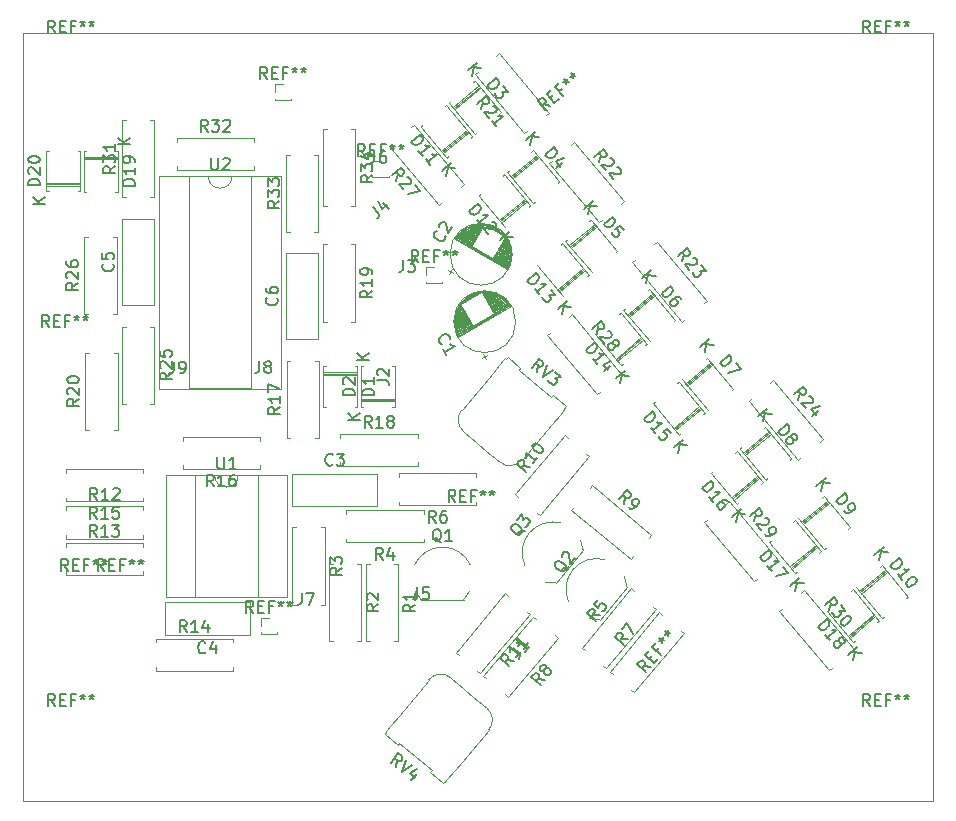
<source format=gbr>
G04 #@! TF.GenerationSoftware,KiCad,Pcbnew,(5.1.2-1)-1*
G04 #@! TF.CreationDate,2022-01-06T13:05:14-05:00*
G04 #@! TF.ProjectId,Wavefolder - Yusynth,57617665-666f-46c6-9465-72202d205975,rev?*
G04 #@! TF.SameCoordinates,Original*
G04 #@! TF.FileFunction,Legend,Top*
G04 #@! TF.FilePolarity,Positive*
%FSLAX46Y46*%
G04 Gerber Fmt 4.6, Leading zero omitted, Abs format (unit mm)*
G04 Created by KiCad (PCBNEW (5.1.2-1)-1) date 2022-01-06 13:05:14*
%MOMM*%
%LPD*%
G04 APERTURE LIST*
%ADD10C,0.120000*%
%ADD11C,0.150000*%
G04 APERTURE END LIST*
D10*
X89000000Y-12000000D02*
X12000000Y-12000000D01*
X89000000Y-77000000D02*
X89000000Y-12000000D01*
X12000000Y-77000000D02*
X89000000Y-77000000D01*
X12000000Y-12000000D02*
X12000000Y-77000000D01*
X33265000Y-16305000D02*
X33960000Y-16305000D01*
X33265000Y-16990000D02*
X33265000Y-16305000D01*
X34568276Y-17675000D02*
X34655000Y-17675000D01*
X33265000Y-17675000D02*
X33351724Y-17675000D01*
X34655000Y-17675000D02*
X34655000Y-17550000D01*
X33265000Y-17675000D02*
X33265000Y-17550000D01*
X33265000Y-17675000D02*
X34655000Y-17675000D01*
X32085000Y-61495000D02*
X32780000Y-61495000D01*
X32085000Y-62180000D02*
X32085000Y-61495000D01*
X33388276Y-62865000D02*
X33475000Y-62865000D01*
X32085000Y-62865000D02*
X32171724Y-62865000D01*
X33475000Y-62865000D02*
X33475000Y-62740000D01*
X32085000Y-62865000D02*
X32085000Y-62740000D01*
X32085000Y-62865000D02*
X33475000Y-62865000D01*
X41535000Y-22855000D02*
X42230000Y-22855000D01*
X41535000Y-23540000D02*
X41535000Y-22855000D01*
X42838276Y-24225000D02*
X42925000Y-24225000D01*
X41535000Y-24225000D02*
X41621724Y-24225000D01*
X42925000Y-24225000D02*
X42925000Y-24100000D01*
X41535000Y-24225000D02*
X41535000Y-24100000D01*
X41535000Y-24225000D02*
X42925000Y-24225000D01*
X46065000Y-31815000D02*
X46760000Y-31815000D01*
X46065000Y-32500000D02*
X46065000Y-31815000D01*
X47368276Y-33185000D02*
X47455000Y-33185000D01*
X46065000Y-33185000D02*
X46151724Y-33185000D01*
X47455000Y-33185000D02*
X47455000Y-33060000D01*
X46065000Y-33185000D02*
X46065000Y-33060000D01*
X46065000Y-33185000D02*
X47455000Y-33185000D01*
X59170901Y-54934659D02*
G75*
G02X59391033Y-55803645I-2354067J-1058709D01*
G01*
X57489763Y-53481961D02*
G75*
G03X54825118Y-54322120I-672929J-2511407D01*
G01*
X54460434Y-57092176D02*
G75*
G02X54825118Y-54322120I2356400J1098808D01*
G01*
X56182988Y-58495515D02*
G75*
G03X57076998Y-58561405I633846J2502147D01*
G01*
X57076998Y-58561405D02*
X59391033Y-55803645D01*
X62877323Y-58031663D02*
G75*
G02X63097455Y-58900649I-2354067J-1058709D01*
G01*
X61196185Y-56578965D02*
G75*
G03X58531540Y-57419124I-672929J-2511407D01*
G01*
X58166856Y-60189180D02*
G75*
G02X58531540Y-57419124I2356400J1098808D01*
G01*
X59889410Y-61592519D02*
G75*
G03X60783420Y-61658409I633846J2502147D01*
G01*
X60783420Y-61658409D02*
X63097455Y-58900649D01*
X49794184Y-59242795D02*
G75*
G02X49270000Y-59970000I-2324184J1122795D01*
G01*
X49826400Y-57021193D02*
G75*
G03X47470000Y-55520000I-2356400J-1098807D01*
G01*
X45113600Y-57021193D02*
G75*
G02X47470000Y-55520000I2356400J-1098807D01*
G01*
X45145816Y-59242795D02*
G75*
G03X45670000Y-59970000I2324184J1122795D01*
G01*
X45670000Y-59970000D02*
X49270000Y-59970000D01*
X53665000Y-36437468D02*
G75*
G03X53665000Y-36437468I-2620000J0D01*
G01*
X48810654Y-37727468D02*
X53279346Y-35147468D01*
X48790654Y-37692827D02*
X53259346Y-35112827D01*
X48771520Y-37657686D02*
X53238480Y-35078686D01*
X48752387Y-37622545D02*
X53217613Y-35044545D01*
X48734119Y-37586904D02*
X53195881Y-35010904D01*
X48716717Y-37550763D02*
X53173283Y-34977763D01*
X48700181Y-37514122D02*
X50024334Y-36749622D01*
X51825666Y-35709622D02*
X53149819Y-34945122D01*
X48683645Y-37477481D02*
X50004334Y-36714981D01*
X51805666Y-35674981D02*
X53126355Y-34912481D01*
X48667109Y-37440840D02*
X49984334Y-36680340D01*
X51785666Y-35640340D02*
X53102891Y-34879840D01*
X48651439Y-37403699D02*
X49964334Y-36645699D01*
X51765666Y-35605699D02*
X53078561Y-34847699D01*
X48636635Y-37366058D02*
X49944334Y-36611058D01*
X51745666Y-35571058D02*
X53053365Y-34816058D01*
X48622697Y-37327917D02*
X49924334Y-36576417D01*
X51725666Y-35536417D02*
X53027303Y-34784917D01*
X48608760Y-37289776D02*
X49904334Y-36541776D01*
X51705666Y-35501776D02*
X53001240Y-34753776D01*
X48595688Y-37251135D02*
X49884334Y-36507135D01*
X51685666Y-35467135D02*
X52974312Y-34723135D01*
X48582616Y-37212494D02*
X49864334Y-36472494D01*
X51665666Y-35432494D02*
X52947384Y-34692494D01*
X48570410Y-37173353D02*
X49844334Y-36437853D01*
X51645666Y-35397853D02*
X52919590Y-34662353D01*
X48559070Y-37133712D02*
X49824334Y-36403212D01*
X51625666Y-35363212D02*
X52890930Y-34632712D01*
X48547731Y-37094071D02*
X49804334Y-36368571D01*
X51605666Y-35328571D02*
X52862269Y-34603071D01*
X48536757Y-37053064D02*
X49783834Y-36333064D01*
X51585166Y-35293064D02*
X52832243Y-34573064D01*
X48527149Y-37012423D02*
X49763834Y-36298423D01*
X51565166Y-35258423D02*
X52801851Y-34544423D01*
X48518408Y-36971282D02*
X49743834Y-36263782D01*
X51545166Y-35223782D02*
X52770592Y-34516282D01*
X48509666Y-36930141D02*
X49723834Y-36229141D01*
X51525166Y-35189141D02*
X52739334Y-34488141D01*
X48501790Y-36888500D02*
X49703834Y-36194500D01*
X51505166Y-35154500D02*
X52707210Y-34460500D01*
X48493915Y-36846859D02*
X49683834Y-36159859D01*
X51485166Y-35119859D02*
X52675085Y-34432859D01*
X48487771Y-36804218D02*
X49663834Y-36125218D01*
X51465166Y-35085218D02*
X52641229Y-34406218D01*
X48481627Y-36761577D02*
X49643834Y-36090577D01*
X51445166Y-35050577D02*
X52607373Y-34379577D01*
X48476350Y-36718436D02*
X49623834Y-36055936D01*
X51425166Y-35015936D02*
X52572650Y-34353436D01*
X48471072Y-36675295D02*
X49603834Y-36021295D01*
X51405166Y-34981295D02*
X52537928Y-34327295D01*
X48467527Y-36631154D02*
X49583834Y-35986654D01*
X51385166Y-34946654D02*
X52501473Y-34302154D01*
X48463981Y-36587013D02*
X49563834Y-35952013D01*
X51365166Y-34912013D02*
X52465019Y-34277013D01*
X48461302Y-36542372D02*
X49543834Y-35917372D01*
X51345166Y-34877372D02*
X52427698Y-34252372D01*
X48460354Y-36496731D02*
X49523834Y-35882731D01*
X51325166Y-34842731D02*
X52388646Y-34228731D01*
X48458541Y-36451590D02*
X49503834Y-35848090D01*
X51305166Y-34808090D02*
X52350459Y-34204590D01*
X48458460Y-36405449D02*
X49483834Y-35813449D01*
X51285166Y-34773449D02*
X52310540Y-34181449D01*
X48459244Y-36358808D02*
X49463834Y-35778808D01*
X51265166Y-34738808D02*
X52269756Y-34158808D01*
X48460895Y-36311667D02*
X49443834Y-35744167D01*
X51245166Y-34704167D02*
X52228105Y-34136667D01*
X48463411Y-36264026D02*
X49423834Y-35709526D01*
X51225166Y-34669526D02*
X52185589Y-34115026D01*
X48466794Y-36215885D02*
X49403834Y-35674885D01*
X51205166Y-34634885D02*
X52142206Y-34093885D01*
X48470177Y-36167744D02*
X49383834Y-35640244D01*
X51185166Y-34600244D02*
X52098823Y-34072744D01*
X48476158Y-36118103D02*
X49363834Y-35605603D01*
X51165166Y-34565603D02*
X52052842Y-34053103D01*
X48482138Y-36068462D02*
X49343834Y-35570962D01*
X51145166Y-34530962D02*
X52006862Y-34033462D01*
X48488985Y-36018321D02*
X49323834Y-35536321D01*
X51125166Y-34496321D02*
X51960015Y-34014321D01*
X48497564Y-35967180D02*
X49303834Y-35501680D01*
X51105166Y-34461680D02*
X51911436Y-33996180D01*
X48507009Y-35915539D02*
X49283834Y-35467039D01*
X51085166Y-34427039D02*
X51861991Y-33978539D01*
X48518186Y-35862898D02*
X49263834Y-35432398D01*
X51065166Y-34392398D02*
X51810814Y-33961898D01*
X48530229Y-35809756D02*
X49243834Y-35397756D01*
X51045166Y-34357756D02*
X51758771Y-33945756D01*
X48543138Y-35756115D02*
X49223834Y-35363115D01*
X51025166Y-34323115D02*
X51705862Y-33930115D01*
X48558645Y-35700974D02*
X49203834Y-35328474D01*
X51005166Y-34288474D02*
X51650355Y-33915974D01*
X48575018Y-35645333D02*
X49183834Y-35293833D01*
X50985166Y-34253833D02*
X51593982Y-33902333D01*
X48593123Y-35588692D02*
X49163834Y-35259192D01*
X50965166Y-34219192D02*
X51535877Y-33889692D01*
X48612960Y-35531051D02*
X49143834Y-35224551D01*
X50945166Y-34184551D02*
X51476040Y-33878051D01*
X48634529Y-35472410D02*
X49123834Y-35189910D01*
X50925166Y-34149910D02*
X51414471Y-33867410D01*
X48658697Y-35412269D02*
X49103834Y-35155269D01*
X50905166Y-34115269D02*
X51350303Y-33858269D01*
X48685462Y-35350628D02*
X49083834Y-35120628D01*
X50885166Y-34080628D02*
X51283538Y-33850628D01*
X48714825Y-35287487D02*
X49063834Y-35085987D01*
X50865166Y-34045987D02*
X51214175Y-33844487D01*
X48746787Y-35222846D02*
X49043834Y-35051346D01*
X50845166Y-34011346D02*
X51142213Y-33839846D01*
X48782212Y-35156205D02*
X49023834Y-35016705D01*
X50825166Y-33976705D02*
X51066788Y-33837205D01*
X48821102Y-35087564D02*
X49003834Y-34982064D01*
X50805166Y-33942064D02*
X50987898Y-33836564D01*
X48864322Y-35016423D02*
X50904678Y-33838423D01*
X48913604Y-34941782D02*
X50815396Y-33843782D01*
X48968948Y-34863641D02*
X50720052Y-33852641D01*
X49032087Y-34781000D02*
X50616913Y-33866000D01*
X49107350Y-34691359D02*
X50501650Y-33886359D01*
X49198201Y-34592718D02*
X50370799Y-33915718D01*
X49315899Y-34478577D02*
X50213101Y-33960577D01*
X49498549Y-34326936D02*
X49990451Y-34042936D01*
X51170000Y-39603975D02*
X50920000Y-39170962D01*
X50828494Y-39512468D02*
X51261506Y-39262468D01*
X47963719Y-32077468D02*
X48396731Y-32327468D01*
X48055225Y-32418975D02*
X48305225Y-31985962D01*
X51789549Y-28332936D02*
X52281451Y-28616936D01*
X51566899Y-28250577D02*
X52464101Y-28768577D01*
X51409201Y-28205718D02*
X52581799Y-28882718D01*
X51278350Y-28176359D02*
X52672650Y-28981359D01*
X51163087Y-28156000D02*
X52747913Y-29071000D01*
X51059948Y-28142641D02*
X52811052Y-29153641D01*
X50964604Y-28133782D02*
X52866396Y-29231782D01*
X50875322Y-28128423D02*
X52915678Y-29306423D01*
X52776166Y-29272064D02*
X52958898Y-29377564D01*
X50792102Y-28126564D02*
X50974834Y-28232064D01*
X52756166Y-29306705D02*
X52997788Y-29446205D01*
X50713212Y-28127205D02*
X50954834Y-28266705D01*
X52736166Y-29341346D02*
X53033213Y-29512846D01*
X50637787Y-28129846D02*
X50934834Y-28301346D01*
X52716166Y-29375987D02*
X53065175Y-29577487D01*
X50565825Y-28134487D02*
X50914834Y-28335987D01*
X52696166Y-29410628D02*
X53094538Y-29640628D01*
X50496462Y-28140628D02*
X50894834Y-28370628D01*
X52676166Y-29445269D02*
X53121303Y-29702269D01*
X50429697Y-28148269D02*
X50874834Y-28405269D01*
X52656166Y-29479910D02*
X53145471Y-29762410D01*
X50365529Y-28157410D02*
X50854834Y-28439910D01*
X52636166Y-29514551D02*
X53167040Y-29821051D01*
X50303960Y-28168051D02*
X50834834Y-28474551D01*
X52616166Y-29549192D02*
X53186877Y-29878692D01*
X50244123Y-28179692D02*
X50814834Y-28509192D01*
X52596166Y-29583833D02*
X53204982Y-29935333D01*
X50186018Y-28192333D02*
X50794834Y-28543833D01*
X52576166Y-29618474D02*
X53221355Y-29990974D01*
X50129645Y-28205974D02*
X50774834Y-28578474D01*
X52556166Y-29653115D02*
X53236862Y-30046115D01*
X50074138Y-28220115D02*
X50754834Y-28613115D01*
X52536166Y-29687756D02*
X53249771Y-30099756D01*
X50021229Y-28235756D02*
X50734834Y-28647756D01*
X52516166Y-29722398D02*
X53261814Y-30152898D01*
X49969186Y-28251898D02*
X50714834Y-28682398D01*
X52496166Y-29757039D02*
X53272991Y-30205539D01*
X49918009Y-28268539D02*
X50694834Y-28717039D01*
X52476166Y-29791680D02*
X53282436Y-30257180D01*
X49868564Y-28286180D02*
X50674834Y-28751680D01*
X52456166Y-29826321D02*
X53291015Y-30308321D01*
X49819985Y-28304321D02*
X50654834Y-28786321D01*
X52436166Y-29860962D02*
X53297862Y-30358462D01*
X49773138Y-28323462D02*
X50634834Y-28820962D01*
X52416166Y-29895603D02*
X53303842Y-30408103D01*
X49727158Y-28343103D02*
X50614834Y-28855603D01*
X52396166Y-29930244D02*
X53309823Y-30457744D01*
X49681177Y-28362744D02*
X50594834Y-28890244D01*
X52376166Y-29964885D02*
X53313206Y-30505885D01*
X49637794Y-28383885D02*
X50574834Y-28924885D01*
X52356166Y-29999526D02*
X53316589Y-30554026D01*
X49594411Y-28405026D02*
X50554834Y-28959526D01*
X52336166Y-30034167D02*
X53319105Y-30601667D01*
X49551895Y-28426667D02*
X50534834Y-28994167D01*
X52316166Y-30068808D02*
X53320756Y-30648808D01*
X49510244Y-28448808D02*
X50514834Y-29028808D01*
X52296166Y-30103449D02*
X53321540Y-30695449D01*
X49469460Y-28471449D02*
X50494834Y-29063449D01*
X52276166Y-30138090D02*
X53321459Y-30741590D01*
X49429541Y-28494590D02*
X50474834Y-29098090D01*
X52256166Y-30172731D02*
X53319646Y-30786731D01*
X49391354Y-28518731D02*
X50454834Y-29132731D01*
X52236166Y-30207372D02*
X53318698Y-30832372D01*
X49352302Y-28542372D02*
X50434834Y-29167372D01*
X52216166Y-30242013D02*
X53316019Y-30877013D01*
X49314981Y-28567013D02*
X50414834Y-29202013D01*
X52196166Y-30276654D02*
X53312473Y-30921154D01*
X49278527Y-28592154D02*
X50394834Y-29236654D01*
X52176166Y-30311295D02*
X53308928Y-30965295D01*
X49242072Y-28617295D02*
X50374834Y-29271295D01*
X52156166Y-30345936D02*
X53303650Y-31008436D01*
X49207350Y-28643436D02*
X50354834Y-29305936D01*
X52136166Y-30380577D02*
X53298373Y-31051577D01*
X49172627Y-28669577D02*
X50334834Y-29340577D01*
X52116166Y-30415218D02*
X53292229Y-31094218D01*
X49138771Y-28696218D02*
X50314834Y-29375218D01*
X52096166Y-30449859D02*
X53286085Y-31136859D01*
X49104915Y-28722859D02*
X50294834Y-29409859D01*
X52076166Y-30484500D02*
X53278210Y-31178500D01*
X49072790Y-28750500D02*
X50274834Y-29444500D01*
X52056166Y-30519141D02*
X53270334Y-31220141D01*
X49040666Y-28778141D02*
X50254834Y-29479141D01*
X52036166Y-30553782D02*
X53261592Y-31261282D01*
X49009408Y-28806282D02*
X50234834Y-29513782D01*
X52016166Y-30588423D02*
X53252851Y-31302423D01*
X48978149Y-28834423D02*
X50214834Y-29548423D01*
X51996166Y-30623064D02*
X53243243Y-31343064D01*
X48947757Y-28863064D02*
X50194834Y-29583064D01*
X51975666Y-30658571D02*
X53232269Y-31384071D01*
X48917731Y-28893071D02*
X50174334Y-29618571D01*
X51955666Y-30693212D02*
X53220930Y-31423712D01*
X48889070Y-28922712D02*
X50154334Y-29653212D01*
X51935666Y-30727853D02*
X53209590Y-31463353D01*
X48860410Y-28952353D02*
X50134334Y-29687853D01*
X51915666Y-30762494D02*
X53197384Y-31502494D01*
X48832616Y-28982494D02*
X50114334Y-29722494D01*
X51895666Y-30797135D02*
X53184312Y-31541135D01*
X48805688Y-29013135D02*
X50094334Y-29757135D01*
X51875666Y-30831776D02*
X53171240Y-31579776D01*
X48778760Y-29043776D02*
X50074334Y-29791776D01*
X51855666Y-30866417D02*
X53157303Y-31617917D01*
X48752697Y-29074917D02*
X50054334Y-29826417D01*
X51835666Y-30901058D02*
X53143365Y-31656058D01*
X48726635Y-29106058D02*
X50034334Y-29861058D01*
X51815666Y-30935699D02*
X53128561Y-31693699D01*
X48701439Y-29137699D02*
X50014334Y-29895699D01*
X51795666Y-30970340D02*
X53112891Y-31730840D01*
X48677109Y-29169840D02*
X49994334Y-29930340D01*
X51775666Y-31004981D02*
X53096355Y-31767481D01*
X48653645Y-29202481D02*
X49974334Y-29964981D01*
X51755666Y-31039622D02*
X53079819Y-31804122D01*
X48630181Y-29235122D02*
X49954334Y-29999622D01*
X48606717Y-29267763D02*
X53063283Y-31840763D01*
X48584119Y-29300904D02*
X53045881Y-31876904D01*
X48562387Y-29334545D02*
X53027613Y-31912545D01*
X48541520Y-29368686D02*
X53008480Y-31947686D01*
X48520654Y-29402827D02*
X52989346Y-31982827D01*
X48500654Y-29437468D02*
X52969346Y-32017468D01*
X53355000Y-30727468D02*
G75*
G03X53355000Y-30727468I-2620000J0D01*
G01*
X34730000Y-49300000D02*
X41970000Y-49300000D01*
X34730000Y-52040000D02*
X41970000Y-52040000D01*
X34730000Y-49300000D02*
X34730000Y-52040000D01*
X41970000Y-49300000D02*
X41970000Y-52040000D01*
X23950000Y-62930000D02*
X23950000Y-60190000D01*
X31190000Y-62930000D02*
X31190000Y-60190000D01*
X31190000Y-60190000D02*
X23950000Y-60190000D01*
X31190000Y-62930000D02*
X23950000Y-62930000D01*
X20324008Y-34995053D02*
X20324008Y-27755053D01*
X23064008Y-34995053D02*
X23064008Y-27755053D01*
X20324008Y-34995053D02*
X23064008Y-34995053D01*
X20324008Y-27755053D02*
X23064008Y-27755053D01*
X34197675Y-30629792D02*
X36937675Y-30629792D01*
X34197675Y-37869792D02*
X36937675Y-37869792D01*
X36937675Y-37869792D02*
X36937675Y-30629792D01*
X34197675Y-37869792D02*
X34197675Y-30629792D01*
X40240000Y-40710000D02*
X37400000Y-40710000D01*
X40240000Y-40950000D02*
X37400000Y-40950000D01*
X40240000Y-40830000D02*
X37400000Y-40830000D01*
X37400000Y-43670000D02*
X37580000Y-43670000D01*
X37400000Y-40230000D02*
X37400000Y-43670000D01*
X37580000Y-40230000D02*
X37400000Y-40230000D01*
X40240000Y-43670000D02*
X40060000Y-43670000D01*
X40240000Y-40230000D02*
X40240000Y-43670000D01*
X40060000Y-40230000D02*
X40240000Y-40230000D01*
X40580000Y-43190000D02*
X43420000Y-43190000D01*
X40580000Y-42950000D02*
X43420000Y-42950000D01*
X40580000Y-43070000D02*
X43420000Y-43070000D01*
X43420000Y-40230000D02*
X43240000Y-40230000D01*
X43420000Y-43670000D02*
X43420000Y-40230000D01*
X43240000Y-43670000D02*
X43420000Y-43670000D01*
X40580000Y-40230000D02*
X40760000Y-40230000D01*
X40580000Y-43670000D02*
X40580000Y-40230000D01*
X40760000Y-43670000D02*
X40580000Y-43670000D01*
X50086593Y-16186202D02*
X50224481Y-16070500D01*
X50224481Y-16070500D02*
X52435670Y-18705693D01*
X52435670Y-18705693D02*
X52297782Y-18821395D01*
X48186803Y-17780315D02*
X48048915Y-17896017D01*
X48048915Y-17896017D02*
X50260104Y-20531210D01*
X50260104Y-20531210D02*
X50397992Y-20415508D01*
X50610154Y-16530127D02*
X48434587Y-18355644D01*
X50687288Y-16622052D02*
X48511722Y-18447569D01*
X50533019Y-16438201D02*
X48357453Y-18263718D01*
X55450344Y-22298441D02*
X53274778Y-24123958D01*
X55604613Y-22482292D02*
X53429047Y-24307809D01*
X55527479Y-22390367D02*
X53351912Y-24215884D01*
X55177429Y-26391450D02*
X55315317Y-26275748D01*
X52966240Y-23756257D02*
X55177429Y-26391450D01*
X53104128Y-23640555D02*
X52966240Y-23756257D01*
X57352995Y-24565933D02*
X57215107Y-24681635D01*
X55141806Y-21930740D02*
X57352995Y-24565933D01*
X55003918Y-22046442D02*
X55141806Y-21930740D01*
X59921243Y-27906682D02*
X60059131Y-27790980D01*
X60059131Y-27790980D02*
X62270320Y-30426173D01*
X62270320Y-30426173D02*
X62132432Y-30541875D01*
X58021453Y-29500795D02*
X57883565Y-29616497D01*
X57883565Y-29616497D02*
X60094754Y-32251690D01*
X60094754Y-32251690D02*
X60232642Y-32135988D01*
X60444804Y-28250607D02*
X58269237Y-30076124D01*
X60521938Y-28342532D02*
X58346372Y-30168049D01*
X60367669Y-28158681D02*
X58192103Y-29984198D01*
X65284994Y-34018923D02*
X63109428Y-35844440D01*
X65439263Y-34202774D02*
X63263697Y-36028291D01*
X65362129Y-34110849D02*
X63186562Y-35936366D01*
X65012079Y-38111932D02*
X65149967Y-37996230D01*
X62800890Y-35476739D02*
X65012079Y-38111932D01*
X62938778Y-35361037D02*
X62800890Y-35476739D01*
X67187645Y-36286415D02*
X67049757Y-36402117D01*
X64976456Y-33651222D02*
X67187645Y-36286415D01*
X64838568Y-33766924D02*
X64976456Y-33651222D01*
X69757126Y-39613073D02*
X69895014Y-39497371D01*
X69895014Y-39497371D02*
X72106203Y-42132564D01*
X72106203Y-42132564D02*
X71968315Y-42248266D01*
X67857336Y-41207186D02*
X67719448Y-41322888D01*
X67719448Y-41322888D02*
X69930637Y-43958081D01*
X69930637Y-43958081D02*
X70068525Y-43842379D01*
X70280687Y-39956998D02*
X68105120Y-41782515D01*
X70357821Y-40048923D02*
X68182255Y-41874440D01*
X70203552Y-39865072D02*
X68027986Y-41690589D01*
X75120877Y-45725312D02*
X72945311Y-47550829D01*
X75275146Y-45909163D02*
X73099580Y-47734680D01*
X75198012Y-45817238D02*
X73022445Y-47642755D01*
X74847962Y-49818321D02*
X74985850Y-49702619D01*
X72636773Y-47183128D02*
X74847962Y-49818321D01*
X72774661Y-47067426D02*
X72636773Y-47183128D01*
X77023528Y-47992804D02*
X76885640Y-48108506D01*
X74812339Y-45357611D02*
X77023528Y-47992804D01*
X74674451Y-45473313D02*
X74812339Y-45357611D01*
X79598204Y-51341213D02*
X79736092Y-51225511D01*
X79736092Y-51225511D02*
X81947281Y-53860704D01*
X81947281Y-53860704D02*
X81809393Y-53976406D01*
X77698414Y-52935326D02*
X77560526Y-53051028D01*
X77560526Y-53051028D02*
X79771715Y-55686221D01*
X79771715Y-55686221D02*
X79909603Y-55570519D01*
X80121765Y-51685138D02*
X77946198Y-53510655D01*
X80198899Y-51777063D02*
X78023333Y-53602580D01*
X80044630Y-51593212D02*
X77869064Y-53418729D01*
X84955529Y-57445792D02*
X82779963Y-59271309D01*
X85109798Y-57629643D02*
X82934232Y-59455160D01*
X85032664Y-57537718D02*
X82857097Y-59363235D01*
X84682614Y-61538801D02*
X84820502Y-61423099D01*
X82471425Y-58903608D02*
X84682614Y-61538801D01*
X82609313Y-58787906D02*
X82471425Y-58903608D01*
X86858180Y-59713284D02*
X86720292Y-59828986D01*
X84646991Y-57078091D02*
X86858180Y-59713284D01*
X84509103Y-57193793D02*
X84646991Y-57078091D01*
X47516777Y-22193485D02*
X49692343Y-20367968D01*
X47362508Y-22009634D02*
X49538074Y-20184117D01*
X47439642Y-22101559D02*
X49615209Y-20276042D01*
X47789692Y-18100476D02*
X47651804Y-18216178D01*
X50000881Y-20735669D02*
X47789692Y-18100476D01*
X49862993Y-20851371D02*
X50000881Y-20735669D01*
X45614126Y-19925993D02*
X45752014Y-19810291D01*
X47825315Y-22561186D02*
X45614126Y-19925993D01*
X47963203Y-22445484D02*
X47825315Y-22561186D01*
X52888189Y-28299296D02*
X52750301Y-28414998D01*
X52750301Y-28414998D02*
X50539112Y-25779805D01*
X50539112Y-25779805D02*
X50677000Y-25664103D01*
X54787979Y-26705183D02*
X54925867Y-26589481D01*
X54925867Y-26589481D02*
X52714678Y-23954288D01*
X52714678Y-23954288D02*
X52576790Y-24069990D01*
X52364628Y-27955371D02*
X54540195Y-26129854D01*
X52287494Y-27863446D02*
X54463060Y-26037929D01*
X52441763Y-28047297D02*
X54617329Y-26221780D01*
X57359088Y-33907537D02*
X59534654Y-32082020D01*
X57204819Y-33723686D02*
X59380385Y-31898169D01*
X57281953Y-33815611D02*
X59457520Y-31990094D01*
X57632003Y-29814528D02*
X57494115Y-29930230D01*
X59843192Y-32449721D02*
X57632003Y-29814528D01*
X59705304Y-32565423D02*
X59843192Y-32449721D01*
X55456437Y-31640045D02*
X55594325Y-31524343D01*
X57667626Y-34275238D02*
X55456437Y-31640045D01*
X57805514Y-34159536D02*
X57667626Y-34275238D01*
X62729267Y-40027437D02*
X62591379Y-40143139D01*
X62591379Y-40143139D02*
X60380190Y-37507946D01*
X60380190Y-37507946D02*
X60518078Y-37392244D01*
X64629057Y-38433324D02*
X64766945Y-38317622D01*
X64766945Y-38317622D02*
X62555756Y-35682429D01*
X62555756Y-35682429D02*
X62417868Y-35798131D01*
X62205706Y-39683512D02*
X64381273Y-37857995D01*
X62128572Y-39591587D02*
X64304138Y-37766070D01*
X62282841Y-39775438D02*
X64458407Y-37949921D01*
X67193739Y-45628017D02*
X69369305Y-43802500D01*
X67039470Y-45444166D02*
X69215036Y-43618649D01*
X67116604Y-45536091D02*
X69292171Y-43710574D01*
X67466654Y-41535008D02*
X67328766Y-41650710D01*
X69677843Y-44170201D02*
X67466654Y-41535008D01*
X69539955Y-44285903D02*
X69677843Y-44170201D01*
X65291088Y-43360525D02*
X65428976Y-43244823D01*
X67502277Y-45995718D02*
X65291088Y-43360525D01*
X67640165Y-45880016D02*
X67502277Y-45995718D01*
X72563918Y-51747916D02*
X72426030Y-51863618D01*
X72426030Y-51863618D02*
X70214841Y-49228425D01*
X70214841Y-49228425D02*
X70352729Y-49112723D01*
X74463708Y-50153803D02*
X74601596Y-50038101D01*
X74601596Y-50038101D02*
X72390407Y-47402908D01*
X72390407Y-47402908D02*
X72252519Y-47518610D01*
X72040357Y-51403991D02*
X74215924Y-49578474D01*
X71963223Y-51312066D02*
X74138789Y-49486549D01*
X72117492Y-51495917D02*
X74293058Y-49670400D01*
X77042476Y-57349730D02*
X79218042Y-55524213D01*
X76888207Y-57165879D02*
X79063773Y-55340362D01*
X76965341Y-57257804D02*
X79140908Y-55432287D01*
X77315391Y-53256721D02*
X77177503Y-53372423D01*
X79526580Y-55891914D02*
X77315391Y-53256721D01*
X79388692Y-56007616D02*
X79526580Y-55891914D01*
X75139825Y-55082238D02*
X75277713Y-54966536D01*
X77351014Y-57717431D02*
X75139825Y-55082238D01*
X77488902Y-57601729D02*
X77351014Y-57717431D01*
X82399800Y-63454308D02*
X82261912Y-63570010D01*
X82261912Y-63570010D02*
X80050723Y-60934817D01*
X80050723Y-60934817D02*
X80188611Y-60819115D01*
X84299590Y-61860195D02*
X84437478Y-61744493D01*
X84437478Y-61744493D02*
X82226289Y-59109300D01*
X82226289Y-59109300D02*
X82088401Y-59225002D01*
X81876239Y-63110383D02*
X84051806Y-61284866D01*
X81799105Y-63018458D02*
X83974671Y-61192941D01*
X81953374Y-63202309D02*
X84128940Y-61376792D01*
X19780000Y-21980000D02*
X19960000Y-21980000D01*
X19960000Y-21980000D02*
X19960000Y-25420000D01*
X19960000Y-25420000D02*
X19780000Y-25420000D01*
X17300000Y-21980000D02*
X17120000Y-21980000D01*
X17120000Y-21980000D02*
X17120000Y-25420000D01*
X17120000Y-25420000D02*
X17300000Y-25420000D01*
X19960000Y-22580000D02*
X17120000Y-22580000D01*
X19960000Y-22700000D02*
X17120000Y-22700000D01*
X19960000Y-22460000D02*
X17120000Y-22460000D01*
X14120000Y-25400000D02*
X13940000Y-25400000D01*
X13940000Y-25400000D02*
X13940000Y-21960000D01*
X13940000Y-21960000D02*
X14120000Y-21960000D01*
X16600000Y-25400000D02*
X16780000Y-25400000D01*
X16780000Y-25400000D02*
X16780000Y-21960000D01*
X16780000Y-21960000D02*
X16600000Y-21960000D01*
X13940000Y-24800000D02*
X16780000Y-24800000D01*
X13940000Y-24680000D02*
X16780000Y-24680000D01*
X13940000Y-24920000D02*
X16780000Y-24920000D01*
X43379999Y-56950000D02*
X43709999Y-56950000D01*
X43709999Y-56950000D02*
X43709999Y-63490000D01*
X43709999Y-63490000D02*
X43379999Y-63490000D01*
X41299999Y-56950000D02*
X40969999Y-56950000D01*
X40969999Y-56950000D02*
X40969999Y-63490000D01*
X40969999Y-63490000D02*
X41299999Y-63490000D01*
X37859996Y-63480000D02*
X38189996Y-63480000D01*
X37859996Y-56940000D02*
X37859996Y-63480000D01*
X38189996Y-56940000D02*
X37859996Y-56940000D01*
X40599996Y-63480000D02*
X40269996Y-63480000D01*
X40599996Y-56940000D02*
X40599996Y-63480000D01*
X40269996Y-56940000D02*
X40599996Y-56940000D01*
X34770000Y-60390000D02*
X35100000Y-60390000D01*
X34770000Y-53850000D02*
X34770000Y-60390000D01*
X35100000Y-53850000D02*
X34770000Y-53850000D01*
X37510000Y-60390000D02*
X37180000Y-60390000D01*
X37510000Y-53850000D02*
X37510000Y-60390000D01*
X37180000Y-53850000D02*
X37510000Y-53850000D01*
X45870000Y-54800000D02*
X45870000Y-55130000D01*
X45870000Y-55130000D02*
X39330000Y-55130000D01*
X39330000Y-55130000D02*
X39330000Y-54800000D01*
X45870000Y-52720000D02*
X45870000Y-52390000D01*
X45870000Y-52390000D02*
X39330000Y-52390000D01*
X39330000Y-52390000D02*
X39330000Y-52720000D01*
X59500419Y-64247837D02*
X59247624Y-64035717D01*
X59247624Y-64035717D02*
X63451455Y-59025786D01*
X63451455Y-59025786D02*
X63704250Y-59237906D01*
X61093792Y-65584835D02*
X61346586Y-65796955D01*
X61346586Y-65796955D02*
X65550417Y-60787024D01*
X65550417Y-60787024D02*
X65297622Y-60574904D01*
X43790000Y-49260000D02*
X43790000Y-49590000D01*
X50330000Y-49260000D02*
X43790000Y-49260000D01*
X50330000Y-49590000D02*
X50330000Y-49260000D01*
X43790000Y-52000000D02*
X43790000Y-51670000D01*
X50330000Y-52000000D02*
X43790000Y-52000000D01*
X50330000Y-51670000D02*
X50330000Y-52000000D01*
X67930417Y-62817024D02*
X67677622Y-62604904D01*
X63726586Y-67826955D02*
X67930417Y-62817024D01*
X63473792Y-67614835D02*
X63726586Y-67826955D01*
X65831455Y-61055786D02*
X66084250Y-61267906D01*
X61627624Y-66065717D02*
X65831455Y-61055786D01*
X61880419Y-66277837D02*
X61627624Y-66065717D01*
X56987753Y-62977119D02*
X57240548Y-63189239D01*
X57240548Y-63189239D02*
X53036717Y-68199170D01*
X53036717Y-68199170D02*
X52783922Y-67987050D01*
X55394380Y-61640121D02*
X55141586Y-61428001D01*
X55141586Y-61428001D02*
X50937755Y-66437932D01*
X50937755Y-66437932D02*
X51190550Y-66650052D01*
X59936488Y-50517542D02*
X60148608Y-50264747D01*
X60148608Y-50264747D02*
X65158539Y-54468578D01*
X65158539Y-54468578D02*
X64946419Y-54721373D01*
X58599490Y-52110915D02*
X58387370Y-52363709D01*
X58387370Y-52363709D02*
X63397301Y-56567540D01*
X63397301Y-56567540D02*
X63609421Y-56314745D01*
X59910417Y-47817024D02*
X59657622Y-47604904D01*
X55706586Y-52826955D02*
X59910417Y-47817024D01*
X55453792Y-52614835D02*
X55706586Y-52826955D01*
X57811455Y-46055786D02*
X58064250Y-46267906D01*
X53607624Y-51065717D02*
X57811455Y-46055786D01*
X53860419Y-51277837D02*
X53607624Y-51065717D01*
X48592426Y-64456914D02*
X48845221Y-64669034D01*
X52796257Y-59446983D02*
X48592426Y-64456914D01*
X53049051Y-59659103D02*
X52796257Y-59446983D01*
X50691388Y-66218152D02*
X50438593Y-66006032D01*
X54895219Y-61208221D02*
X50691388Y-66218152D01*
X54642424Y-60996101D02*
X54895219Y-61208221D01*
X22150000Y-54820000D02*
X22150000Y-54490000D01*
X15610000Y-54820000D02*
X22150000Y-54820000D01*
X15610000Y-54490000D02*
X15610000Y-54820000D01*
X22150000Y-52080000D02*
X22150000Y-52410000D01*
X15610000Y-52080000D02*
X22150000Y-52080000D01*
X15610000Y-52410000D02*
X15610000Y-52080000D01*
X15570000Y-55510000D02*
X15570000Y-55180000D01*
X15570000Y-55180000D02*
X22110000Y-55180000D01*
X22110000Y-55180000D02*
X22110000Y-55510000D01*
X15570000Y-57590000D02*
X15570000Y-57920000D01*
X15570000Y-57920000D02*
X22110000Y-57920000D01*
X22110000Y-57920000D02*
X22110000Y-57590000D01*
X29730000Y-66010000D02*
X29730000Y-65680000D01*
X23190000Y-66010000D02*
X29730000Y-66010000D01*
X23190000Y-65680000D02*
X23190000Y-66010000D01*
X29730000Y-63270000D02*
X29730000Y-63600000D01*
X23190000Y-63270000D02*
X29730000Y-63270000D01*
X23190000Y-63600000D02*
X23190000Y-63270000D01*
X22110000Y-51330000D02*
X22110000Y-51660000D01*
X22110000Y-51660000D02*
X15570000Y-51660000D01*
X15570000Y-51660000D02*
X15570000Y-51330000D01*
X22110000Y-49250000D02*
X22110000Y-48920000D01*
X22110000Y-48920000D02*
X15570000Y-48920000D01*
X15570000Y-48920000D02*
X15570000Y-49250000D01*
X32010000Y-48600000D02*
X32010000Y-48930000D01*
X32010000Y-48930000D02*
X25470000Y-48930000D01*
X25470000Y-48930000D02*
X25470000Y-48600000D01*
X32010000Y-46520000D02*
X32010000Y-46190000D01*
X32010000Y-46190000D02*
X25470000Y-46190000D01*
X25470000Y-46190000D02*
X25470000Y-46520000D01*
X37010000Y-39760000D02*
X36680000Y-39760000D01*
X37010000Y-46300000D02*
X37010000Y-39760000D01*
X36680000Y-46300000D02*
X37010000Y-46300000D01*
X34270000Y-39760000D02*
X34600000Y-39760000D01*
X34270000Y-46300000D02*
X34270000Y-39760000D01*
X34600000Y-46300000D02*
X34270000Y-46300000D01*
X38840000Y-46280000D02*
X38840000Y-45950000D01*
X38840000Y-45950000D02*
X45380000Y-45950000D01*
X45380000Y-45950000D02*
X45380000Y-46280000D01*
X38840000Y-48360000D02*
X38840000Y-48690000D01*
X38840000Y-48690000D02*
X45380000Y-48690000D01*
X45380000Y-48690000D02*
X45380000Y-48360000D01*
X37340000Y-36440000D02*
X37670000Y-36440000D01*
X37340000Y-29900000D02*
X37340000Y-36440000D01*
X37670000Y-29900000D02*
X37340000Y-29900000D01*
X40080000Y-36440000D02*
X39750000Y-36440000D01*
X40080000Y-29900000D02*
X40080000Y-36440000D01*
X39750000Y-29900000D02*
X40080000Y-29900000D01*
X19990000Y-39060000D02*
X19660000Y-39060000D01*
X19990000Y-45600000D02*
X19990000Y-39060000D01*
X19660000Y-45600000D02*
X19990000Y-45600000D01*
X17250000Y-39060000D02*
X17580000Y-39060000D01*
X17250000Y-45600000D02*
X17250000Y-39060000D01*
X17580000Y-45600000D02*
X17250000Y-45600000D01*
X52295876Y-13731906D02*
X52043081Y-13944026D01*
X56499707Y-18741837D02*
X52295876Y-13731906D01*
X56246912Y-18953957D02*
X56499707Y-18741837D01*
X50196914Y-15493144D02*
X50449709Y-15281024D01*
X54400745Y-20503075D02*
X50196914Y-15493144D01*
X54653539Y-20290955D02*
X54400745Y-20503075D01*
X58348828Y-21458922D02*
X58601622Y-21246802D01*
X58601622Y-21246802D02*
X62805453Y-26256733D01*
X62805453Y-26256733D02*
X62552658Y-26468853D01*
X56755455Y-22795920D02*
X56502660Y-23008040D01*
X56502660Y-23008040D02*
X60706491Y-28017971D01*
X60706491Y-28017971D02*
X60959286Y-27805851D01*
X67750211Y-36427906D02*
X68003006Y-36215786D01*
X63546380Y-31417975D02*
X67750211Y-36427906D01*
X63799175Y-31205855D02*
X63546380Y-31417975D01*
X69849173Y-34666668D02*
X69596378Y-34878788D01*
X65645342Y-29656737D02*
X69849173Y-34666668D01*
X65392548Y-29868857D02*
X65645342Y-29656737D01*
X75241286Y-41590571D02*
X75494080Y-41378451D01*
X75494080Y-41378451D02*
X79697911Y-46388382D01*
X79697911Y-46388382D02*
X79445116Y-46600502D01*
X73647913Y-42927569D02*
X73395118Y-43139689D01*
X73395118Y-43139689D02*
X77598949Y-48149620D01*
X77598949Y-48149620D02*
X77851744Y-47937500D01*
X22750000Y-36850000D02*
X23080000Y-36850000D01*
X23080000Y-36850000D02*
X23080000Y-43390000D01*
X23080000Y-43390000D02*
X22750000Y-43390000D01*
X20670000Y-36850000D02*
X20340000Y-36850000D01*
X20340000Y-36850000D02*
X20340000Y-43390000D01*
X20340000Y-43390000D02*
X20670000Y-43390000D01*
X17480000Y-35780000D02*
X17150000Y-35780000D01*
X17150000Y-35780000D02*
X17150000Y-29240000D01*
X17150000Y-29240000D02*
X17480000Y-29240000D01*
X19560000Y-35780000D02*
X19890000Y-35780000D01*
X19890000Y-35780000D02*
X19890000Y-29240000D01*
X19890000Y-29240000D02*
X19560000Y-29240000D01*
X45065649Y-19785732D02*
X44812854Y-19997852D01*
X49269480Y-24795663D02*
X45065649Y-19785732D01*
X49016685Y-25007783D02*
X49269480Y-24795663D01*
X42966687Y-21546970D02*
X43219482Y-21334850D01*
X47170518Y-26556901D02*
X42966687Y-21546970D01*
X47423312Y-26344781D02*
X47170518Y-26556901D01*
X58158888Y-36043052D02*
X58411682Y-35830932D01*
X58411682Y-35830932D02*
X62615513Y-40840863D01*
X62615513Y-40840863D02*
X62362718Y-41052983D01*
X56565515Y-37380050D02*
X56312720Y-37592170D01*
X56312720Y-37592170D02*
X60516551Y-42602101D01*
X60516551Y-42602101D02*
X60769346Y-42389981D01*
X73838808Y-58432276D02*
X74091603Y-58220156D01*
X69634977Y-53422345D02*
X73838808Y-58432276D01*
X69887772Y-53210225D02*
X69634977Y-53422345D01*
X75937770Y-56671038D02*
X75684975Y-56883158D01*
X71733939Y-51661107D02*
X75937770Y-56671038D01*
X71481145Y-51873227D02*
X71733939Y-51661107D01*
X80200908Y-65952103D02*
X80453703Y-65739983D01*
X75997077Y-60942172D02*
X80200908Y-65952103D01*
X76249872Y-60730052D02*
X75997077Y-60942172D01*
X82299870Y-64190865D02*
X82047075Y-64402985D01*
X78096039Y-59180934D02*
X82299870Y-64190865D01*
X77843245Y-59393054D02*
X78096039Y-59180934D01*
X20640000Y-25910000D02*
X20310000Y-25910000D01*
X20310000Y-25910000D02*
X20310000Y-19370000D01*
X20310000Y-19370000D02*
X20640000Y-19370000D01*
X22720000Y-25910000D02*
X23050000Y-25910000D01*
X23050000Y-25910000D02*
X23050000Y-19370000D01*
X23050000Y-19370000D02*
X22720000Y-19370000D01*
X31500000Y-23630000D02*
X31500000Y-23300000D01*
X24960000Y-23630000D02*
X31500000Y-23630000D01*
X24960000Y-23300000D02*
X24960000Y-23630000D01*
X31500000Y-20890000D02*
X31500000Y-21220000D01*
X24960000Y-20890000D02*
X31500000Y-20890000D01*
X24960000Y-21220000D02*
X24960000Y-20890000D01*
X34540000Y-28830000D02*
X34210000Y-28830000D01*
X34210000Y-28830000D02*
X34210000Y-22290000D01*
X34210000Y-22290000D02*
X34540000Y-22290000D01*
X36620000Y-28830000D02*
X36950000Y-28830000D01*
X36950000Y-28830000D02*
X36950000Y-22290000D01*
X36950000Y-22290000D02*
X36620000Y-22290000D01*
X39760000Y-20110000D02*
X40090000Y-20110000D01*
X40090000Y-20110000D02*
X40090000Y-26650000D01*
X40090000Y-26650000D02*
X39760000Y-26650000D01*
X37680000Y-20110000D02*
X37350000Y-20110000D01*
X37350000Y-20110000D02*
X37350000Y-26650000D01*
X37350000Y-26650000D02*
X37680000Y-26650000D01*
X57848491Y-43787682D02*
X57404968Y-44316253D01*
X57771887Y-43723403D02*
X57848491Y-43787682D01*
X52777277Y-39532428D02*
X52616580Y-39723939D01*
X52853881Y-39596707D02*
X52777277Y-39532428D01*
X52982439Y-39443498D02*
X52853881Y-39596707D01*
X53941665Y-40509465D02*
X54070222Y-40356257D01*
X54178174Y-48161796D02*
G75*
G02X52332604Y-48323262I-1003518J842052D01*
G01*
X49268426Y-45752112D02*
G75*
G02X49106960Y-43906542I842052J1003518D01*
G01*
X52332604Y-48323262D02*
X51191198Y-47365509D01*
X56736469Y-45112939D02*
X54178174Y-48161796D01*
X49106960Y-43906542D02*
X51382428Y-41194745D01*
X50409832Y-46709866D02*
X49268426Y-45752112D01*
X57900444Y-43570195D02*
X57771887Y-43723403D01*
X56812661Y-42657436D02*
X57900444Y-43570195D01*
X56684104Y-42810645D02*
X56812661Y-42657436D01*
X53941665Y-40509465D02*
X56684104Y-42810645D01*
X52982439Y-39443498D02*
X54070222Y-40356257D01*
X57404968Y-44316253D02*
X56736469Y-45112939D01*
X52616580Y-39723939D02*
X51382428Y-41194745D01*
X51191198Y-47365509D02*
X50409832Y-46709866D01*
X42651929Y-71116479D02*
X43095452Y-70587908D01*
X42728533Y-71180758D02*
X42651929Y-71116479D01*
X47723143Y-75371733D02*
X47883840Y-75180222D01*
X47646539Y-75307454D02*
X47723143Y-75371733D01*
X47517981Y-75460663D02*
X47646539Y-75307454D01*
X46558755Y-74394696D02*
X46430198Y-74547904D01*
X46322246Y-66742365D02*
G75*
G02X48167816Y-66580899I1003518J-842052D01*
G01*
X51231994Y-69152049D02*
G75*
G02X51393460Y-70997619I-842052J-1003518D01*
G01*
X48167816Y-66580899D02*
X49309222Y-67538652D01*
X43763951Y-69791222D02*
X46322246Y-66742365D01*
X51393460Y-70997619D02*
X49117992Y-73709416D01*
X50090588Y-68194295D02*
X51231994Y-69152049D01*
X42599976Y-71333966D02*
X42728533Y-71180758D01*
X43687759Y-72246725D02*
X42599976Y-71333966D01*
X43816316Y-72093516D02*
X43687759Y-72246725D01*
X46558755Y-74394696D02*
X43816316Y-72093516D01*
X47517981Y-75460663D02*
X46430198Y-74547904D01*
X43095452Y-70587908D02*
X43763951Y-69791222D01*
X47883840Y-75180222D02*
X49117992Y-73709416D01*
X49309222Y-67538652D02*
X50090588Y-68194295D01*
X30180000Y-49440000D02*
G75*
G02X28180000Y-49440000I-1000000J0D01*
G01*
X28180000Y-49440000D02*
X26530000Y-49440000D01*
X26530000Y-49440000D02*
X26530000Y-59720000D01*
X26530000Y-59720000D02*
X31830000Y-59720000D01*
X31830000Y-59720000D02*
X31830000Y-49440000D01*
X31830000Y-49440000D02*
X30180000Y-49440000D01*
X24040000Y-49380000D02*
X24040000Y-59780000D01*
X24040000Y-59780000D02*
X34320000Y-59780000D01*
X34320000Y-59780000D02*
X34320000Y-49380000D01*
X34320000Y-49380000D02*
X24040000Y-49380000D01*
X29645693Y-24138965D02*
G75*
G02X27645693Y-24138965I-1000000J0D01*
G01*
X27645693Y-24138965D02*
X25995693Y-24138965D01*
X25995693Y-24138965D02*
X25995693Y-42038965D01*
X25995693Y-42038965D02*
X31295693Y-42038965D01*
X31295693Y-42038965D02*
X31295693Y-24138965D01*
X31295693Y-24138965D02*
X29645693Y-24138965D01*
X23505693Y-24078965D02*
X23505693Y-42098965D01*
X23505693Y-42098965D02*
X33785693Y-42098965D01*
X33785693Y-42098965D02*
X33785693Y-24078965D01*
X33785693Y-24078965D02*
X23505693Y-24078965D01*
D11*
X14666666Y-68952380D02*
X14333333Y-68476190D01*
X14095238Y-68952380D02*
X14095238Y-67952380D01*
X14476190Y-67952380D01*
X14571428Y-68000000D01*
X14619047Y-68047619D01*
X14666666Y-68142857D01*
X14666666Y-68285714D01*
X14619047Y-68380952D01*
X14571428Y-68428571D01*
X14476190Y-68476190D01*
X14095238Y-68476190D01*
X15095238Y-68428571D02*
X15428571Y-68428571D01*
X15571428Y-68952380D02*
X15095238Y-68952380D01*
X15095238Y-67952380D01*
X15571428Y-67952380D01*
X16333333Y-68428571D02*
X16000000Y-68428571D01*
X16000000Y-68952380D02*
X16000000Y-67952380D01*
X16476190Y-67952380D01*
X17000000Y-67952380D02*
X17000000Y-68190476D01*
X16761904Y-68095238D02*
X17000000Y-68190476D01*
X17238095Y-68095238D01*
X16857142Y-68380952D02*
X17000000Y-68190476D01*
X17142857Y-68380952D01*
X17761904Y-67952380D02*
X17761904Y-68190476D01*
X17523809Y-68095238D02*
X17761904Y-68190476D01*
X18000000Y-68095238D01*
X17619047Y-68380952D02*
X17761904Y-68190476D01*
X17904761Y-68380952D01*
X83666666Y-68952380D02*
X83333333Y-68476190D01*
X83095238Y-68952380D02*
X83095238Y-67952380D01*
X83476190Y-67952380D01*
X83571428Y-68000000D01*
X83619047Y-68047619D01*
X83666666Y-68142857D01*
X83666666Y-68285714D01*
X83619047Y-68380952D01*
X83571428Y-68428571D01*
X83476190Y-68476190D01*
X83095238Y-68476190D01*
X84095238Y-68428571D02*
X84428571Y-68428571D01*
X84571428Y-68952380D02*
X84095238Y-68952380D01*
X84095238Y-67952380D01*
X84571428Y-67952380D01*
X85333333Y-68428571D02*
X85000000Y-68428571D01*
X85000000Y-68952380D02*
X85000000Y-67952380D01*
X85476190Y-67952380D01*
X86000000Y-67952380D02*
X86000000Y-68190476D01*
X85761904Y-68095238D02*
X86000000Y-68190476D01*
X86238095Y-68095238D01*
X85857142Y-68380952D02*
X86000000Y-68190476D01*
X86142857Y-68380952D01*
X86761904Y-67952380D02*
X86761904Y-68190476D01*
X86523809Y-68095238D02*
X86761904Y-68190476D01*
X87000000Y-68095238D01*
X86619047Y-68380952D02*
X86761904Y-68190476D01*
X86904761Y-68380952D01*
X83666666Y-11952380D02*
X83333333Y-11476190D01*
X83095238Y-11952380D02*
X83095238Y-10952380D01*
X83476190Y-10952380D01*
X83571428Y-11000000D01*
X83619047Y-11047619D01*
X83666666Y-11142857D01*
X83666666Y-11285714D01*
X83619047Y-11380952D01*
X83571428Y-11428571D01*
X83476190Y-11476190D01*
X83095238Y-11476190D01*
X84095238Y-11428571D02*
X84428571Y-11428571D01*
X84571428Y-11952380D02*
X84095238Y-11952380D01*
X84095238Y-10952380D01*
X84571428Y-10952380D01*
X85333333Y-11428571D02*
X85000000Y-11428571D01*
X85000000Y-11952380D02*
X85000000Y-10952380D01*
X85476190Y-10952380D01*
X86000000Y-10952380D02*
X86000000Y-11190476D01*
X85761904Y-11095238D02*
X86000000Y-11190476D01*
X86238095Y-11095238D01*
X85857142Y-11380952D02*
X86000000Y-11190476D01*
X86142857Y-11380952D01*
X86761904Y-10952380D02*
X86761904Y-11190476D01*
X86523809Y-11095238D02*
X86761904Y-11190476D01*
X87000000Y-11095238D01*
X86619047Y-11380952D02*
X86761904Y-11190476D01*
X86904761Y-11380952D01*
X14666666Y-11952380D02*
X14333333Y-11476190D01*
X14095238Y-11952380D02*
X14095238Y-10952380D01*
X14476190Y-10952380D01*
X14571428Y-11000000D01*
X14619047Y-11047619D01*
X14666666Y-11142857D01*
X14666666Y-11285714D01*
X14619047Y-11380952D01*
X14571428Y-11428571D01*
X14476190Y-11476190D01*
X14095238Y-11476190D01*
X15095238Y-11428571D02*
X15428571Y-11428571D01*
X15571428Y-11952380D02*
X15095238Y-11952380D01*
X15095238Y-10952380D01*
X15571428Y-10952380D01*
X16333333Y-11428571D02*
X16000000Y-11428571D01*
X16000000Y-11952380D02*
X16000000Y-10952380D01*
X16476190Y-10952380D01*
X17000000Y-10952380D02*
X17000000Y-11190476D01*
X16761904Y-11095238D02*
X17000000Y-11190476D01*
X17238095Y-11095238D01*
X16857142Y-11380952D02*
X17000000Y-11190476D01*
X17142857Y-11380952D01*
X17761904Y-10952380D02*
X17761904Y-11190476D01*
X17523809Y-11095238D02*
X17761904Y-11190476D01*
X18000000Y-11095238D01*
X17619047Y-11380952D02*
X17761904Y-11190476D01*
X17904761Y-11380952D01*
X32626666Y-15882380D02*
X32293333Y-15406190D01*
X32055238Y-15882380D02*
X32055238Y-14882380D01*
X32436190Y-14882380D01*
X32531428Y-14930000D01*
X32579047Y-14977619D01*
X32626666Y-15072857D01*
X32626666Y-15215714D01*
X32579047Y-15310952D01*
X32531428Y-15358571D01*
X32436190Y-15406190D01*
X32055238Y-15406190D01*
X33055238Y-15358571D02*
X33388571Y-15358571D01*
X33531428Y-15882380D02*
X33055238Y-15882380D01*
X33055238Y-14882380D01*
X33531428Y-14882380D01*
X34293333Y-15358571D02*
X33960000Y-15358571D01*
X33960000Y-15882380D02*
X33960000Y-14882380D01*
X34436190Y-14882380D01*
X34960000Y-14882380D02*
X34960000Y-15120476D01*
X34721904Y-15025238D02*
X34960000Y-15120476D01*
X35198095Y-15025238D01*
X34817142Y-15310952D02*
X34960000Y-15120476D01*
X35102857Y-15310952D01*
X35721904Y-14882380D02*
X35721904Y-15120476D01*
X35483809Y-15025238D02*
X35721904Y-15120476D01*
X35960000Y-15025238D01*
X35579047Y-15310952D02*
X35721904Y-15120476D01*
X35864761Y-15310952D01*
X31446666Y-61072380D02*
X31113333Y-60596190D01*
X30875238Y-61072380D02*
X30875238Y-60072380D01*
X31256190Y-60072380D01*
X31351428Y-60120000D01*
X31399047Y-60167619D01*
X31446666Y-60262857D01*
X31446666Y-60405714D01*
X31399047Y-60500952D01*
X31351428Y-60548571D01*
X31256190Y-60596190D01*
X30875238Y-60596190D01*
X31875238Y-60548571D02*
X32208571Y-60548571D01*
X32351428Y-61072380D02*
X31875238Y-61072380D01*
X31875238Y-60072380D01*
X32351428Y-60072380D01*
X33113333Y-60548571D02*
X32780000Y-60548571D01*
X32780000Y-61072380D02*
X32780000Y-60072380D01*
X33256190Y-60072380D01*
X33780000Y-60072380D02*
X33780000Y-60310476D01*
X33541904Y-60215238D02*
X33780000Y-60310476D01*
X34018095Y-60215238D01*
X33637142Y-60500952D02*
X33780000Y-60310476D01*
X33922857Y-60500952D01*
X34541904Y-60072380D02*
X34541904Y-60310476D01*
X34303809Y-60215238D02*
X34541904Y-60310476D01*
X34780000Y-60215238D01*
X34399047Y-60500952D02*
X34541904Y-60310476D01*
X34684761Y-60500952D01*
X40896666Y-22432380D02*
X40563333Y-21956190D01*
X40325238Y-22432380D02*
X40325238Y-21432380D01*
X40706190Y-21432380D01*
X40801428Y-21480000D01*
X40849047Y-21527619D01*
X40896666Y-21622857D01*
X40896666Y-21765714D01*
X40849047Y-21860952D01*
X40801428Y-21908571D01*
X40706190Y-21956190D01*
X40325238Y-21956190D01*
X41325238Y-21908571D02*
X41658571Y-21908571D01*
X41801428Y-22432380D02*
X41325238Y-22432380D01*
X41325238Y-21432380D01*
X41801428Y-21432380D01*
X42563333Y-21908571D02*
X42230000Y-21908571D01*
X42230000Y-22432380D02*
X42230000Y-21432380D01*
X42706190Y-21432380D01*
X43230000Y-21432380D02*
X43230000Y-21670476D01*
X42991904Y-21575238D02*
X43230000Y-21670476D01*
X43468095Y-21575238D01*
X43087142Y-21860952D02*
X43230000Y-21670476D01*
X43372857Y-21860952D01*
X43991904Y-21432380D02*
X43991904Y-21670476D01*
X43753809Y-21575238D02*
X43991904Y-21670476D01*
X44230000Y-21575238D01*
X43849047Y-21860952D02*
X43991904Y-21670476D01*
X44134761Y-21860952D01*
X45426666Y-31392380D02*
X45093333Y-30916190D01*
X44855238Y-31392380D02*
X44855238Y-30392380D01*
X45236190Y-30392380D01*
X45331428Y-30440000D01*
X45379047Y-30487619D01*
X45426666Y-30582857D01*
X45426666Y-30725714D01*
X45379047Y-30820952D01*
X45331428Y-30868571D01*
X45236190Y-30916190D01*
X44855238Y-30916190D01*
X45855238Y-30868571D02*
X46188571Y-30868571D01*
X46331428Y-31392380D02*
X45855238Y-31392380D01*
X45855238Y-30392380D01*
X46331428Y-30392380D01*
X47093333Y-30868571D02*
X46760000Y-30868571D01*
X46760000Y-31392380D02*
X46760000Y-30392380D01*
X47236190Y-30392380D01*
X47760000Y-30392380D02*
X47760000Y-30630476D01*
X47521904Y-30535238D02*
X47760000Y-30630476D01*
X47998095Y-30535238D01*
X47617142Y-30820952D02*
X47760000Y-30630476D01*
X47902857Y-30820952D01*
X48521904Y-30392380D02*
X48521904Y-30630476D01*
X48283809Y-30535238D02*
X48521904Y-30630476D01*
X48760000Y-30535238D01*
X48379047Y-30820952D02*
X48521904Y-30630476D01*
X48664761Y-30820952D01*
X14166666Y-36882380D02*
X13833333Y-36406190D01*
X13595238Y-36882380D02*
X13595238Y-35882380D01*
X13976190Y-35882380D01*
X14071428Y-35930000D01*
X14119047Y-35977619D01*
X14166666Y-36072857D01*
X14166666Y-36215714D01*
X14119047Y-36310952D01*
X14071428Y-36358571D01*
X13976190Y-36406190D01*
X13595238Y-36406190D01*
X14595238Y-36358571D02*
X14928571Y-36358571D01*
X15071428Y-36882380D02*
X14595238Y-36882380D01*
X14595238Y-35882380D01*
X15071428Y-35882380D01*
X15833333Y-36358571D02*
X15500000Y-36358571D01*
X15500000Y-36882380D02*
X15500000Y-35882380D01*
X15976190Y-35882380D01*
X16500000Y-35882380D02*
X16500000Y-36120476D01*
X16261904Y-36025238D02*
X16500000Y-36120476D01*
X16738095Y-36025238D01*
X16357142Y-36310952D02*
X16500000Y-36120476D01*
X16642857Y-36310952D01*
X17261904Y-35882380D02*
X17261904Y-36120476D01*
X17023809Y-36025238D02*
X17261904Y-36120476D01*
X17500000Y-36025238D01*
X17119047Y-36310952D02*
X17261904Y-36120476D01*
X17404761Y-36310952D01*
X56616711Y-18177841D02*
X56055273Y-18027320D01*
X56178971Y-18545148D02*
X55536183Y-17779103D01*
X55828010Y-17534232D01*
X55931575Y-17509492D01*
X55998663Y-17515362D01*
X56096359Y-17557709D01*
X56188186Y-17667144D01*
X56212925Y-17770710D01*
X56207056Y-17837797D01*
X56164708Y-17935493D01*
X55872882Y-18180365D01*
X56608317Y-17501099D02*
X56863665Y-17286836D01*
X57309799Y-17596271D02*
X56945016Y-17902360D01*
X56302228Y-17136316D01*
X56667011Y-16830226D01*
X57556753Y-16705267D02*
X57301405Y-16919529D01*
X57638103Y-17320790D02*
X56995316Y-16554746D01*
X57360099Y-16248657D01*
X57761360Y-15911958D02*
X57914405Y-16094350D01*
X57670795Y-16174438D02*
X57914405Y-16094350D01*
X58035579Y-15868349D01*
X57927406Y-16332090D02*
X57914405Y-16094350D01*
X58146276Y-16148436D01*
X58345013Y-15422215D02*
X58498058Y-15604607D01*
X58254448Y-15684695D02*
X58498058Y-15604607D01*
X58619231Y-15378606D01*
X58511059Y-15842347D02*
X58498058Y-15604607D01*
X58729928Y-15658693D01*
X65113740Y-65669496D02*
X64534695Y-65618755D01*
X64746433Y-66107236D02*
X63980389Y-65464448D01*
X64225260Y-65172622D01*
X64322956Y-65130274D01*
X64390044Y-65124405D01*
X64493609Y-65149144D01*
X64603044Y-65240971D01*
X64645392Y-65338667D01*
X64651261Y-65405754D01*
X64626521Y-65509320D01*
X64381650Y-65801146D01*
X64987959Y-65004493D02*
X65202222Y-64749145D01*
X65695310Y-64976408D02*
X65389221Y-65341191D01*
X64623176Y-64698404D01*
X64929266Y-64333621D01*
X65783792Y-64056057D02*
X65569529Y-64311405D01*
X65970790Y-64648103D02*
X65204746Y-64005316D01*
X65510835Y-63640533D01*
X65847534Y-63239271D02*
X66029925Y-63392316D01*
X65803924Y-63513490D02*
X66029925Y-63392316D01*
X66110013Y-63148707D01*
X66084012Y-63624187D02*
X66029925Y-63392316D01*
X66267665Y-63405317D01*
X66337277Y-62655618D02*
X66519668Y-62808663D01*
X66293667Y-62929837D02*
X66519668Y-62808663D01*
X66599756Y-62565054D01*
X66573754Y-63040534D02*
X66519668Y-62808663D01*
X66757408Y-62821664D01*
X48556666Y-51682380D02*
X48223333Y-51206190D01*
X47985238Y-51682380D02*
X47985238Y-50682380D01*
X48366190Y-50682380D01*
X48461428Y-50730000D01*
X48509047Y-50777619D01*
X48556666Y-50872857D01*
X48556666Y-51015714D01*
X48509047Y-51110952D01*
X48461428Y-51158571D01*
X48366190Y-51206190D01*
X47985238Y-51206190D01*
X48985238Y-51158571D02*
X49318571Y-51158571D01*
X49461428Y-51682380D02*
X48985238Y-51682380D01*
X48985238Y-50682380D01*
X49461428Y-50682380D01*
X50223333Y-51158571D02*
X49890000Y-51158571D01*
X49890000Y-51682380D02*
X49890000Y-50682380D01*
X50366190Y-50682380D01*
X50890000Y-50682380D02*
X50890000Y-50920476D01*
X50651904Y-50825238D02*
X50890000Y-50920476D01*
X51128095Y-50825238D01*
X50747142Y-51110952D02*
X50890000Y-50920476D01*
X51032857Y-51110952D01*
X51651904Y-50682380D02*
X51651904Y-50920476D01*
X51413809Y-50825238D02*
X51651904Y-50920476D01*
X51890000Y-50825238D01*
X51509047Y-51110952D02*
X51651904Y-50920476D01*
X51794761Y-51110952D01*
X15776666Y-57542380D02*
X15443333Y-57066190D01*
X15205238Y-57542380D02*
X15205238Y-56542380D01*
X15586190Y-56542380D01*
X15681428Y-56590000D01*
X15729047Y-56637619D01*
X15776666Y-56732857D01*
X15776666Y-56875714D01*
X15729047Y-56970952D01*
X15681428Y-57018571D01*
X15586190Y-57066190D01*
X15205238Y-57066190D01*
X16205238Y-57018571D02*
X16538571Y-57018571D01*
X16681428Y-57542380D02*
X16205238Y-57542380D01*
X16205238Y-56542380D01*
X16681428Y-56542380D01*
X17443333Y-57018571D02*
X17110000Y-57018571D01*
X17110000Y-57542380D02*
X17110000Y-56542380D01*
X17586190Y-56542380D01*
X18110000Y-56542380D02*
X18110000Y-56780476D01*
X17871904Y-56685238D02*
X18110000Y-56780476D01*
X18348095Y-56685238D01*
X17967142Y-56970952D02*
X18110000Y-56780476D01*
X18252857Y-56970952D01*
X18871904Y-56542380D02*
X18871904Y-56780476D01*
X18633809Y-56685238D02*
X18871904Y-56780476D01*
X19110000Y-56685238D01*
X18729047Y-56970952D02*
X18871904Y-56780476D01*
X19014761Y-56970952D01*
X18846666Y-57552380D02*
X18513333Y-57076190D01*
X18275238Y-57552380D02*
X18275238Y-56552380D01*
X18656190Y-56552380D01*
X18751428Y-56600000D01*
X18799047Y-56647619D01*
X18846666Y-56742857D01*
X18846666Y-56885714D01*
X18799047Y-56980952D01*
X18751428Y-57028571D01*
X18656190Y-57076190D01*
X18275238Y-57076190D01*
X19275238Y-57028571D02*
X19608571Y-57028571D01*
X19751428Y-57552380D02*
X19275238Y-57552380D01*
X19275238Y-56552380D01*
X19751428Y-56552380D01*
X20513333Y-57028571D02*
X20180000Y-57028571D01*
X20180000Y-57552380D02*
X20180000Y-56552380D01*
X20656190Y-56552380D01*
X21180000Y-56552380D02*
X21180000Y-56790476D01*
X20941904Y-56695238D02*
X21180000Y-56790476D01*
X21418095Y-56695238D01*
X21037142Y-56980952D02*
X21180000Y-56790476D01*
X21322857Y-56980952D01*
X21941904Y-56552380D02*
X21941904Y-56790476D01*
X21703809Y-56695238D02*
X21941904Y-56790476D01*
X22180000Y-56695238D01*
X21799047Y-56980952D02*
X21941904Y-56790476D01*
X22084761Y-56980952D01*
X41572943Y-26691622D02*
X42032077Y-27238796D01*
X42087425Y-27378840D01*
X42075686Y-27513014D01*
X41996860Y-27641320D01*
X41923904Y-27702537D01*
X42480293Y-26365400D02*
X42908818Y-26876096D01*
X42053030Y-26226618D02*
X42329772Y-26926837D01*
X42803990Y-26528921D01*
X44141666Y-31212380D02*
X44141666Y-31926666D01*
X44094047Y-32069523D01*
X43998809Y-32164761D01*
X43855952Y-32212380D01*
X43760714Y-32212380D01*
X44522619Y-31212380D02*
X45141666Y-31212380D01*
X44808333Y-31593333D01*
X44951190Y-31593333D01*
X45046428Y-31640952D01*
X45094047Y-31688571D01*
X45141666Y-31783809D01*
X45141666Y-32021904D01*
X45094047Y-32117142D01*
X45046428Y-32164761D01*
X44951190Y-32212380D01*
X44665476Y-32212380D01*
X44570238Y-32164761D01*
X44522619Y-32117142D01*
X41942380Y-41408333D02*
X42656666Y-41408333D01*
X42799523Y-41455952D01*
X42894761Y-41551190D01*
X42942380Y-41694047D01*
X42942380Y-41789285D01*
X42037619Y-40979761D02*
X41990000Y-40932142D01*
X41942380Y-40836904D01*
X41942380Y-40598809D01*
X41990000Y-40503571D01*
X42037619Y-40455952D01*
X42132857Y-40408333D01*
X42228095Y-40408333D01*
X42370952Y-40455952D01*
X42942380Y-41027380D01*
X42942380Y-40408333D01*
X54447997Y-54130003D02*
X54350301Y-54172351D01*
X54216127Y-54184089D01*
X54014865Y-54201697D01*
X53917169Y-54244045D01*
X53855951Y-54317002D01*
X54068951Y-54433568D02*
X53971255Y-54475916D01*
X53837081Y-54487654D01*
X53660558Y-54401697D01*
X53405210Y-54187435D01*
X53289906Y-54028520D01*
X53278167Y-53894346D01*
X53302907Y-53790780D01*
X53425343Y-53644867D01*
X53523039Y-53602520D01*
X53657213Y-53590781D01*
X53833735Y-53676738D01*
X54089083Y-53891001D01*
X54204388Y-54049915D01*
X54216127Y-54184089D01*
X54191387Y-54287655D01*
X54068951Y-54433568D01*
X53792650Y-53207128D02*
X54190566Y-52732910D01*
X54268130Y-53233129D01*
X54359957Y-53123694D01*
X54457653Y-53081347D01*
X54524740Y-53075477D01*
X54628306Y-53100217D01*
X54810697Y-53253261D01*
X54853045Y-53350958D01*
X54858914Y-53418045D01*
X54834175Y-53521610D01*
X54650521Y-53740480D01*
X54552825Y-53782828D01*
X54485738Y-53788697D01*
X58154419Y-57227007D02*
X58056723Y-57269355D01*
X57922549Y-57281093D01*
X57721287Y-57298701D01*
X57623591Y-57341049D01*
X57562373Y-57414006D01*
X57775373Y-57530572D02*
X57677677Y-57572920D01*
X57543503Y-57584658D01*
X57366980Y-57498701D01*
X57111632Y-57284439D01*
X56996328Y-57125524D01*
X56984589Y-56991350D01*
X57009329Y-56887784D01*
X57131765Y-56741871D01*
X57229461Y-56699524D01*
X57363635Y-56687785D01*
X57540157Y-56773742D01*
X57795505Y-56988005D01*
X57910810Y-57146919D01*
X57922549Y-57281093D01*
X57897809Y-57384659D01*
X57775373Y-57530572D01*
X57602637Y-56328871D02*
X57596768Y-56261784D01*
X57621507Y-56158218D01*
X57774552Y-55975827D01*
X57872248Y-55933479D01*
X57939336Y-55927610D01*
X58042901Y-55952349D01*
X58115858Y-56013567D01*
X58194684Y-56141872D01*
X58265116Y-56946919D01*
X58663032Y-56472701D01*
X47374761Y-55107619D02*
X47279523Y-55060000D01*
X47184285Y-54964761D01*
X47041428Y-54821904D01*
X46946190Y-54774285D01*
X46850952Y-54774285D01*
X46898571Y-55012380D02*
X46803333Y-54964761D01*
X46708095Y-54869523D01*
X46660476Y-54679047D01*
X46660476Y-54345714D01*
X46708095Y-54155238D01*
X46803333Y-54060000D01*
X46898571Y-54012380D01*
X47089047Y-54012380D01*
X47184285Y-54060000D01*
X47279523Y-54155238D01*
X47327142Y-54345714D01*
X47327142Y-54679047D01*
X47279523Y-54869523D01*
X47184285Y-54964761D01*
X47089047Y-55012380D01*
X46898571Y-55012380D01*
X48279523Y-55012380D02*
X47708095Y-55012380D01*
X47993809Y-55012380D02*
X47993809Y-54012380D01*
X47898571Y-54155238D01*
X47803333Y-54250476D01*
X47708095Y-54298095D01*
X47404776Y-38346701D02*
X47339728Y-38329272D01*
X47227060Y-38229363D01*
X47179441Y-38146885D01*
X47149251Y-37999357D01*
X47184111Y-37869259D01*
X47242780Y-37780401D01*
X47383928Y-37643924D01*
X47507646Y-37572495D01*
X47696412Y-37518496D01*
X47802700Y-37512117D01*
X47932798Y-37546976D01*
X48045466Y-37646885D01*
X48093085Y-37729363D01*
X48123274Y-37876891D01*
X48105845Y-37941939D01*
X47798488Y-39219107D02*
X47512774Y-38724235D01*
X47655631Y-38971671D02*
X48521657Y-38471671D01*
X48350320Y-38460621D01*
X48220222Y-38425761D01*
X48131364Y-38367092D01*
X47713366Y-29175376D02*
X47730796Y-29240425D01*
X47700606Y-29387953D01*
X47652987Y-29470431D01*
X47540320Y-29570340D01*
X47410222Y-29605199D01*
X47303934Y-29598820D01*
X47115167Y-29544821D01*
X46991449Y-29473392D01*
X46850301Y-29336915D01*
X46791632Y-29248056D01*
X46756773Y-29117959D01*
X46786962Y-28970431D01*
X46834581Y-28887953D01*
X46947249Y-28788044D01*
X47012298Y-28770615D01*
X47202774Y-28440700D02*
X47185344Y-28375651D01*
X47191724Y-28269363D01*
X47310772Y-28063167D01*
X47399630Y-28004498D01*
X47464679Y-27987068D01*
X47570967Y-27993448D01*
X47653445Y-28041067D01*
X47753354Y-28153734D01*
X47962511Y-28934320D01*
X48272035Y-28398209D01*
X38183333Y-48527142D02*
X38135714Y-48574761D01*
X37992857Y-48622380D01*
X37897619Y-48622380D01*
X37754761Y-48574761D01*
X37659523Y-48479523D01*
X37611904Y-48384285D01*
X37564285Y-48193809D01*
X37564285Y-48050952D01*
X37611904Y-47860476D01*
X37659523Y-47765238D01*
X37754761Y-47670000D01*
X37897619Y-47622380D01*
X37992857Y-47622380D01*
X38135714Y-47670000D01*
X38183333Y-47717619D01*
X38516666Y-47622380D02*
X39135714Y-47622380D01*
X38802380Y-48003333D01*
X38945238Y-48003333D01*
X39040476Y-48050952D01*
X39088095Y-48098571D01*
X39135714Y-48193809D01*
X39135714Y-48431904D01*
X39088095Y-48527142D01*
X39040476Y-48574761D01*
X38945238Y-48622380D01*
X38659523Y-48622380D01*
X38564285Y-48574761D01*
X38516666Y-48527142D01*
X27403333Y-64417142D02*
X27355714Y-64464761D01*
X27212857Y-64512380D01*
X27117619Y-64512380D01*
X26974761Y-64464761D01*
X26879523Y-64369523D01*
X26831904Y-64274285D01*
X26784285Y-64083809D01*
X26784285Y-63940952D01*
X26831904Y-63750476D01*
X26879523Y-63655238D01*
X26974761Y-63560000D01*
X27117619Y-63512380D01*
X27212857Y-63512380D01*
X27355714Y-63560000D01*
X27403333Y-63607619D01*
X28260476Y-63845714D02*
X28260476Y-64512380D01*
X28022380Y-63464761D02*
X27784285Y-64179047D01*
X28403333Y-64179047D01*
X19551150Y-31541719D02*
X19598769Y-31589338D01*
X19646388Y-31732195D01*
X19646388Y-31827433D01*
X19598769Y-31970291D01*
X19503531Y-32065529D01*
X19408293Y-32113148D01*
X19217817Y-32160767D01*
X19074960Y-32160767D01*
X18884484Y-32113148D01*
X18789246Y-32065529D01*
X18694008Y-31970291D01*
X18646388Y-31827433D01*
X18646388Y-31732195D01*
X18694008Y-31589338D01*
X18741627Y-31541719D01*
X18646388Y-30636957D02*
X18646388Y-31113148D01*
X19122579Y-31160767D01*
X19074960Y-31113148D01*
X19027341Y-31017910D01*
X19027341Y-30779814D01*
X19074960Y-30684576D01*
X19122579Y-30636957D01*
X19217817Y-30589338D01*
X19455912Y-30589338D01*
X19551150Y-30636957D01*
X19598769Y-30684576D01*
X19646388Y-30779814D01*
X19646388Y-31017910D01*
X19598769Y-31113148D01*
X19551150Y-31160767D01*
X33424817Y-34416458D02*
X33472436Y-34464077D01*
X33520055Y-34606934D01*
X33520055Y-34702172D01*
X33472436Y-34845030D01*
X33377198Y-34940268D01*
X33281960Y-34987887D01*
X33091484Y-35035506D01*
X32948627Y-35035506D01*
X32758151Y-34987887D01*
X32662913Y-34940268D01*
X32567675Y-34845030D01*
X32520055Y-34702172D01*
X32520055Y-34606934D01*
X32567675Y-34464077D01*
X32615294Y-34416458D01*
X32520055Y-33559315D02*
X32520055Y-33749792D01*
X32567675Y-33845030D01*
X32615294Y-33892649D01*
X32758151Y-33987887D01*
X32948627Y-34035506D01*
X33329579Y-34035506D01*
X33424817Y-33987887D01*
X33472436Y-33940268D01*
X33520055Y-33845030D01*
X33520055Y-33654553D01*
X33472436Y-33559315D01*
X33424817Y-33511696D01*
X33329579Y-33464077D01*
X33091484Y-33464077D01*
X32996246Y-33511696D01*
X32948627Y-33559315D01*
X32901008Y-33654553D01*
X32901008Y-33845030D01*
X32948627Y-33940268D01*
X32996246Y-33987887D01*
X33091484Y-34035506D01*
X41692380Y-42688095D02*
X40692380Y-42688095D01*
X40692380Y-42450000D01*
X40740000Y-42307142D01*
X40835238Y-42211904D01*
X40930476Y-42164285D01*
X41120952Y-42116666D01*
X41263809Y-42116666D01*
X41454285Y-42164285D01*
X41549523Y-42211904D01*
X41644761Y-42307142D01*
X41692380Y-42450000D01*
X41692380Y-42688095D01*
X41692380Y-41164285D02*
X41692380Y-41735714D01*
X41692380Y-41450000D02*
X40692380Y-41450000D01*
X40835238Y-41545238D01*
X40930476Y-41640476D01*
X40978095Y-41735714D01*
X41272380Y-39671904D02*
X40272380Y-39671904D01*
X41272380Y-39100476D02*
X40700952Y-39529047D01*
X40272380Y-39100476D02*
X40843809Y-39671904D01*
X40032380Y-42688095D02*
X39032380Y-42688095D01*
X39032380Y-42450000D01*
X39080000Y-42307142D01*
X39175238Y-42211904D01*
X39270476Y-42164285D01*
X39460952Y-42116666D01*
X39603809Y-42116666D01*
X39794285Y-42164285D01*
X39889523Y-42211904D01*
X39984761Y-42307142D01*
X40032380Y-42450000D01*
X40032380Y-42688095D01*
X39127619Y-41735714D02*
X39080000Y-41688095D01*
X39032380Y-41592857D01*
X39032380Y-41354761D01*
X39080000Y-41259523D01*
X39127619Y-41211904D01*
X39222857Y-41164285D01*
X39318095Y-41164285D01*
X39460952Y-41211904D01*
X40032380Y-41783333D01*
X40032380Y-41164285D01*
X40452380Y-44751904D02*
X39452380Y-44751904D01*
X40452380Y-44180476D02*
X39880952Y-44609047D01*
X39452380Y-44180476D02*
X40023809Y-44751904D01*
X51275137Y-16470680D02*
X52041182Y-15827892D01*
X52194226Y-16010284D01*
X52249575Y-16150327D01*
X52237836Y-16284502D01*
X52195488Y-16382198D01*
X52080184Y-16541112D01*
X51970749Y-16632939D01*
X51794227Y-16718896D01*
X51690661Y-16743636D01*
X51556487Y-16731897D01*
X51428182Y-16653071D01*
X51275137Y-16470680D01*
X52622751Y-16520980D02*
X53020667Y-16995198D01*
X52514578Y-16984721D01*
X52606405Y-17094156D01*
X52631145Y-17197722D01*
X52625275Y-17264809D01*
X52582928Y-17362505D01*
X52400536Y-17515550D01*
X52296971Y-17540289D01*
X52229883Y-17534420D01*
X52132187Y-17492072D01*
X51948534Y-17273202D01*
X51923794Y-17169637D01*
X51929663Y-17102550D01*
X49626807Y-15159681D02*
X50392852Y-14516893D01*
X49994115Y-15597420D02*
X50156374Y-14901808D01*
X50760159Y-14954633D02*
X49955112Y-14884200D01*
X56192462Y-22330920D02*
X56958507Y-21688132D01*
X57111551Y-21870524D01*
X57166900Y-22010567D01*
X57155161Y-22144742D01*
X57112813Y-22242438D01*
X56997509Y-22401352D01*
X56888074Y-22493179D01*
X56711552Y-22579136D01*
X56607986Y-22603876D01*
X56473812Y-22592137D01*
X56345507Y-22513311D01*
X56192462Y-22330920D01*
X57621426Y-22996744D02*
X57110730Y-23425269D01*
X57760208Y-22569481D02*
X57059989Y-22846223D01*
X57457905Y-23320441D01*
X54544132Y-21019921D02*
X55310177Y-20377133D01*
X54911440Y-21457660D02*
X55073699Y-20762048D01*
X55677484Y-20814873D02*
X54872437Y-20744440D01*
X61109787Y-28191160D02*
X61875832Y-27548372D01*
X62028876Y-27730764D01*
X62084225Y-27870807D01*
X62072486Y-28004982D01*
X62030138Y-28102678D01*
X61914834Y-28261592D01*
X61805399Y-28353419D01*
X61628877Y-28439376D01*
X61525311Y-28464116D01*
X61391137Y-28452377D01*
X61262832Y-28373551D01*
X61109787Y-28191160D01*
X62824709Y-28679200D02*
X62518619Y-28314416D01*
X62123227Y-28584027D01*
X62190314Y-28589897D01*
X62288011Y-28632245D01*
X62441055Y-28814636D01*
X62465795Y-28918202D01*
X62459925Y-28985289D01*
X62417578Y-29082985D01*
X62235186Y-29236030D01*
X62131621Y-29260769D01*
X62064533Y-29254900D01*
X61966837Y-29212552D01*
X61813793Y-29030161D01*
X61789053Y-28926595D01*
X61794922Y-28859508D01*
X59461457Y-26880161D02*
X60227502Y-26237373D01*
X59828765Y-27317900D02*
X59991024Y-26622288D01*
X60594809Y-26675113D02*
X59789762Y-26604680D01*
X66027112Y-34051402D02*
X66793157Y-33408614D01*
X66946201Y-33591006D01*
X67001550Y-33731049D01*
X66989811Y-33865224D01*
X66947463Y-33962920D01*
X66832159Y-34121834D01*
X66722724Y-34213661D01*
X66546202Y-34299618D01*
X66442636Y-34324358D01*
X66308462Y-34312619D01*
X66180157Y-34233793D01*
X66027112Y-34051402D01*
X67711425Y-34502963D02*
X67588989Y-34357050D01*
X67491293Y-34314702D01*
X67424205Y-34308833D01*
X67253553Y-34327703D01*
X67077030Y-34413661D01*
X66785204Y-34658532D01*
X66742856Y-34756228D01*
X66736987Y-34823315D01*
X66761727Y-34926881D01*
X66884162Y-35072794D01*
X66981858Y-35115142D01*
X67048946Y-35121011D01*
X67152511Y-35096272D01*
X67334903Y-34943227D01*
X67377250Y-34845531D01*
X67383120Y-34778444D01*
X67358380Y-34674878D01*
X67235945Y-34528965D01*
X67138248Y-34486617D01*
X67071161Y-34480748D01*
X66967596Y-34505487D01*
X64378782Y-32740403D02*
X65144827Y-32097615D01*
X64746090Y-33178142D02*
X64908349Y-32482530D01*
X65512134Y-32535355D02*
X64707087Y-32464922D01*
X70945670Y-39897551D02*
X71711715Y-39254763D01*
X71864759Y-39437155D01*
X71920108Y-39577198D01*
X71908369Y-39711373D01*
X71866021Y-39809069D01*
X71750717Y-39967983D01*
X71641282Y-40059810D01*
X71464760Y-40145767D01*
X71361194Y-40170507D01*
X71227020Y-40158768D01*
X71098715Y-40079942D01*
X70945670Y-39897551D01*
X72293284Y-39947851D02*
X72721809Y-40458547D01*
X71680285Y-40773030D01*
X69297340Y-38586552D02*
X70063385Y-37943764D01*
X69664648Y-39024291D02*
X69826907Y-38328679D01*
X70430692Y-38381504D02*
X69625645Y-38311071D01*
X75862995Y-45757791D02*
X76629040Y-45115003D01*
X76782084Y-45297395D01*
X76837433Y-45437438D01*
X76825694Y-45571613D01*
X76783346Y-45669309D01*
X76668042Y-45828223D01*
X76558607Y-45920050D01*
X76382085Y-46006007D01*
X76278519Y-46030747D01*
X76144345Y-46019008D01*
X76016040Y-45940182D01*
X75862995Y-45757791D01*
X77035349Y-46265963D02*
X77010610Y-46162397D01*
X77016479Y-46095310D01*
X77058827Y-45997614D01*
X77095305Y-45967005D01*
X77198871Y-45942265D01*
X77265958Y-45948135D01*
X77363654Y-45990482D01*
X77486090Y-46136396D01*
X77510829Y-46239961D01*
X77504960Y-46307048D01*
X77462612Y-46404745D01*
X77426134Y-46435353D01*
X77322568Y-46460093D01*
X77255481Y-46454224D01*
X77157785Y-46411876D01*
X77035349Y-46265963D01*
X76937653Y-46223615D01*
X76870566Y-46217746D01*
X76767000Y-46242485D01*
X76621087Y-46364921D01*
X76578739Y-46462617D01*
X76572870Y-46529704D01*
X76597610Y-46633270D01*
X76720045Y-46779183D01*
X76817741Y-46821531D01*
X76884829Y-46827400D01*
X76988394Y-46802661D01*
X77134307Y-46680225D01*
X77176655Y-46582529D01*
X77182525Y-46515442D01*
X77157785Y-46411876D01*
X74214665Y-44446792D02*
X74980710Y-43804004D01*
X74581973Y-44884531D02*
X74744232Y-44188919D01*
X75348017Y-44241744D02*
X74542970Y-44171311D01*
X80786748Y-51625691D02*
X81552793Y-50982903D01*
X81705837Y-51165295D01*
X81761186Y-51305338D01*
X81749447Y-51439513D01*
X81707099Y-51537209D01*
X81591795Y-51696123D01*
X81482360Y-51787950D01*
X81305838Y-51873907D01*
X81202272Y-51898647D01*
X81068098Y-51886908D01*
X80939793Y-51808082D01*
X80786748Y-51625691D01*
X81460145Y-52428213D02*
X81582580Y-52574127D01*
X81680277Y-52616474D01*
X81747364Y-52622344D01*
X81918017Y-52603473D01*
X82094539Y-52517516D01*
X82386365Y-52272645D01*
X82428713Y-52174948D01*
X82434582Y-52107861D01*
X82409843Y-52004296D01*
X82287407Y-51858382D01*
X82189711Y-51816035D01*
X82122624Y-51810165D01*
X82019058Y-51834905D01*
X81836666Y-51987950D01*
X81794319Y-52085646D01*
X81788449Y-52152733D01*
X81813189Y-52256299D01*
X81935625Y-52402212D01*
X82033321Y-52444559D01*
X82100408Y-52450429D01*
X82203974Y-52425689D01*
X79138418Y-50314692D02*
X79904463Y-49671904D01*
X79505726Y-50752431D02*
X79667985Y-50056819D01*
X80271770Y-50109644D02*
X79466723Y-50039211D01*
X85391558Y-57113488D02*
X86157602Y-56470700D01*
X86310647Y-56653091D01*
X86365995Y-56793135D01*
X86354257Y-56927310D01*
X86311909Y-57025006D01*
X86196605Y-57183920D01*
X86087170Y-57275747D01*
X85910648Y-57361704D01*
X85807082Y-57386444D01*
X85672908Y-57374705D01*
X85544602Y-57295879D01*
X85391558Y-57113488D01*
X86371044Y-58280793D02*
X86003736Y-57843054D01*
X86187390Y-58061924D02*
X86953434Y-57419136D01*
X86782782Y-57438006D01*
X86648607Y-57426267D01*
X86550911Y-57383920D01*
X87535004Y-58112224D02*
X87596222Y-58185180D01*
X87620962Y-58288746D01*
X87615092Y-58355833D01*
X87572745Y-58453529D01*
X87457440Y-58612443D01*
X87275049Y-58765488D01*
X87098527Y-58851445D01*
X86994961Y-58876185D01*
X86927874Y-58870316D01*
X86830178Y-58827968D01*
X86768960Y-58755011D01*
X86744220Y-58651446D01*
X86750090Y-58584359D01*
X86792437Y-58486662D01*
X86907742Y-58327748D01*
X87090133Y-58174704D01*
X87266655Y-58088746D01*
X87370221Y-58064007D01*
X87437308Y-58069876D01*
X87535004Y-58112224D01*
X84049317Y-56167272D02*
X84815362Y-55524484D01*
X84416625Y-56605011D02*
X84578884Y-55909399D01*
X85182669Y-55962224D02*
X84377622Y-55891791D01*
X44826604Y-21246965D02*
X45592648Y-20604177D01*
X45745693Y-20786568D01*
X45801041Y-20926612D01*
X45789303Y-21060787D01*
X45746955Y-21158483D01*
X45631651Y-21317397D01*
X45522216Y-21409224D01*
X45345694Y-21495181D01*
X45242128Y-21519921D01*
X45107954Y-21508182D01*
X44979648Y-21429356D01*
X44826604Y-21246965D01*
X45806090Y-22414270D02*
X45438782Y-21976531D01*
X45622436Y-22195401D02*
X46388480Y-21552613D01*
X46217828Y-21571483D01*
X46083653Y-21559744D01*
X45985957Y-21517397D01*
X46418268Y-23143837D02*
X46050961Y-22706097D01*
X46234615Y-22924967D02*
X47000659Y-22282179D01*
X46830006Y-22301049D01*
X46695832Y-22289310D01*
X46598136Y-22246963D01*
X47393201Y-23652313D02*
X48159246Y-23009525D01*
X47760509Y-24090052D02*
X47922768Y-23394440D01*
X48526553Y-23447265D02*
X47721506Y-23376832D01*
X49751590Y-27100777D02*
X50517634Y-26457989D01*
X50670679Y-26640380D01*
X50726027Y-26780424D01*
X50714289Y-26914599D01*
X50671941Y-27012295D01*
X50556637Y-27171209D01*
X50447202Y-27263036D01*
X50270680Y-27348993D01*
X50167114Y-27373733D01*
X50032940Y-27361994D01*
X49904634Y-27283168D01*
X49751590Y-27100777D01*
X50731076Y-28268082D02*
X50363768Y-27830343D01*
X50547422Y-28049213D02*
X51313466Y-27406425D01*
X51142814Y-27425295D01*
X51008639Y-27413556D01*
X50910943Y-27371209D01*
X51669035Y-27978339D02*
X51736122Y-27984208D01*
X51833818Y-28026556D01*
X51986863Y-28208948D01*
X52011603Y-28312513D01*
X52005733Y-28379600D01*
X51963386Y-28477297D01*
X51890429Y-28538514D01*
X51750385Y-28593863D01*
X50945338Y-28523431D01*
X51343254Y-28997649D01*
X52318187Y-29506125D02*
X53084232Y-28863337D01*
X52685495Y-29943864D02*
X52847754Y-29248252D01*
X53451539Y-29301077D02*
X52646492Y-29230644D01*
X54668915Y-32961017D02*
X55434959Y-32318229D01*
X55588004Y-32500620D01*
X55643352Y-32640664D01*
X55631614Y-32774839D01*
X55589266Y-32872535D01*
X55473962Y-33031449D01*
X55364527Y-33123276D01*
X55188005Y-33209233D01*
X55084439Y-33233973D01*
X54950265Y-33222234D01*
X54821959Y-33143408D01*
X54668915Y-32961017D01*
X55648401Y-34128322D02*
X55281093Y-33690583D01*
X55464747Y-33909453D02*
X56230791Y-33266665D01*
X56060139Y-33285535D01*
X55925964Y-33273796D01*
X55828268Y-33231449D01*
X56628708Y-33740883D02*
X57026624Y-34215101D01*
X56520535Y-34204624D01*
X56612362Y-34314059D01*
X56637101Y-34417625D01*
X56631232Y-34484712D01*
X56588884Y-34582408D01*
X56406493Y-34735453D01*
X56302927Y-34760192D01*
X56235840Y-34754323D01*
X56138144Y-34711975D01*
X55954490Y-34493105D01*
X55929750Y-34389540D01*
X55935620Y-34322453D01*
X57235512Y-35366365D02*
X58001557Y-34723577D01*
X57602820Y-35804104D02*
X57765079Y-35108492D01*
X58368864Y-35161317D02*
X57563817Y-35090884D01*
X59592668Y-38828918D02*
X60358712Y-38186130D01*
X60511757Y-38368521D01*
X60567105Y-38508565D01*
X60555367Y-38642740D01*
X60513019Y-38740436D01*
X60397715Y-38899350D01*
X60288280Y-38991177D01*
X60111758Y-39077134D01*
X60008192Y-39101874D01*
X59874018Y-39090135D01*
X59745712Y-39011309D01*
X59592668Y-38828918D01*
X60572154Y-39996223D02*
X60204846Y-39558484D01*
X60388500Y-39777354D02*
X61154544Y-39134566D01*
X60983892Y-39153436D01*
X60849717Y-39141697D01*
X60752021Y-39099350D01*
X61633811Y-40224308D02*
X61123114Y-40652833D01*
X61772593Y-39797045D02*
X61072373Y-40073787D01*
X61470289Y-40548005D01*
X62159265Y-41234266D02*
X62925310Y-40591478D01*
X62526573Y-41672005D02*
X62688832Y-40976393D01*
X63292617Y-41029218D02*
X62487570Y-40958785D01*
X64503566Y-44681497D02*
X65269610Y-44038709D01*
X65422655Y-44221100D01*
X65478003Y-44361144D01*
X65466265Y-44495319D01*
X65423917Y-44593015D01*
X65308613Y-44751929D01*
X65199178Y-44843756D01*
X65022656Y-44929713D01*
X64919090Y-44954453D01*
X64784916Y-44942714D01*
X64656610Y-44863888D01*
X64503566Y-44681497D01*
X65483052Y-45848802D02*
X65115744Y-45411063D01*
X65299398Y-45629933D02*
X66065442Y-44987145D01*
X65894790Y-45006015D01*
X65760615Y-44994276D01*
X65662919Y-44951929D01*
X66830666Y-45899103D02*
X66524577Y-45534320D01*
X66129185Y-45803931D01*
X66196272Y-45809800D01*
X66293968Y-45852148D01*
X66447013Y-46034539D01*
X66471752Y-46138105D01*
X66465883Y-46205192D01*
X66423535Y-46302888D01*
X66241144Y-46455933D01*
X66137578Y-46480672D01*
X66070491Y-46474803D01*
X65972795Y-46432455D01*
X65819750Y-46250064D01*
X65795010Y-46146498D01*
X65800880Y-46079411D01*
X67070163Y-47086845D02*
X67836208Y-46444057D01*
X67437471Y-47524584D02*
X67599730Y-46828972D01*
X68203515Y-46881797D02*
X67398468Y-46811364D01*
X69427319Y-50549397D02*
X70193363Y-49906609D01*
X70346408Y-50089000D01*
X70401756Y-50229044D01*
X70390018Y-50363219D01*
X70347670Y-50460915D01*
X70232366Y-50619829D01*
X70122931Y-50711656D01*
X69946409Y-50797613D01*
X69842843Y-50822353D01*
X69708669Y-50810614D01*
X69580363Y-50731788D01*
X69427319Y-50549397D01*
X70406805Y-51716702D02*
X70039497Y-51278963D01*
X70223151Y-51497833D02*
X70989195Y-50855045D01*
X70818543Y-50873915D01*
X70684368Y-50862176D01*
X70586672Y-50819829D01*
X71723810Y-51730524D02*
X71601374Y-51584611D01*
X71503678Y-51542263D01*
X71436591Y-51536394D01*
X71265938Y-51555264D01*
X71089416Y-51641222D01*
X70797589Y-51886093D01*
X70755242Y-51983789D01*
X70749372Y-52050876D01*
X70774112Y-52154442D01*
X70896548Y-52300355D01*
X70994244Y-52342703D01*
X71061331Y-52348572D01*
X71164897Y-52323833D01*
X71347288Y-52170788D01*
X71389636Y-52073092D01*
X71395505Y-52006005D01*
X71370766Y-51902439D01*
X71248330Y-51756526D01*
X71150634Y-51714178D01*
X71083546Y-51708309D01*
X70979981Y-51733048D01*
X71993916Y-52954745D02*
X72759961Y-52311957D01*
X72361224Y-53392484D02*
X72523483Y-52696872D01*
X73127268Y-52749697D02*
X72322221Y-52679264D01*
X74352303Y-56403210D02*
X75118347Y-55760422D01*
X75271392Y-55942813D01*
X75326740Y-56082857D01*
X75315002Y-56217032D01*
X75272654Y-56314728D01*
X75157350Y-56473642D01*
X75047915Y-56565469D01*
X74871393Y-56651426D01*
X74767827Y-56676166D01*
X74633653Y-56664427D01*
X74505347Y-56585601D01*
X74352303Y-56403210D01*
X75331789Y-57570515D02*
X74964481Y-57132776D01*
X75148135Y-57351646D02*
X75914179Y-56708858D01*
X75743527Y-56727728D01*
X75609352Y-56715989D01*
X75511656Y-56673642D01*
X76312096Y-57183076D02*
X76740621Y-57693772D01*
X75699096Y-58008255D01*
X76918900Y-58808558D02*
X77684945Y-58165770D01*
X77286208Y-59246297D02*
X77448467Y-58550685D01*
X78052252Y-58603510D02*
X77247205Y-58533077D01*
X79263201Y-62255789D02*
X80029245Y-61613001D01*
X80182290Y-61795392D01*
X80237638Y-61935436D01*
X80225900Y-62069611D01*
X80183552Y-62167307D01*
X80068248Y-62326221D01*
X79958813Y-62418048D01*
X79782291Y-62504005D01*
X79678725Y-62528745D01*
X79544551Y-62517006D01*
X79416245Y-62438180D01*
X79263201Y-62255789D01*
X80242687Y-63423094D02*
X79875379Y-62985355D01*
X80059033Y-63204225D02*
X80825077Y-62561437D01*
X80654425Y-62580307D01*
X80520250Y-62568568D01*
X80422554Y-62526221D01*
X81047734Y-63493527D02*
X81022994Y-63389961D01*
X81028863Y-63322874D01*
X81071211Y-63225178D01*
X81107689Y-63194569D01*
X81211255Y-63169829D01*
X81278342Y-63175699D01*
X81376038Y-63218046D01*
X81498474Y-63363960D01*
X81523214Y-63467525D01*
X81517344Y-63534612D01*
X81474997Y-63632309D01*
X81438518Y-63662918D01*
X81334953Y-63687657D01*
X81267865Y-63681788D01*
X81170169Y-63639440D01*
X81047734Y-63493527D01*
X80950037Y-63451179D01*
X80882950Y-63445310D01*
X80779385Y-63470049D01*
X80633471Y-63592485D01*
X80591124Y-63690181D01*
X80585254Y-63757268D01*
X80609994Y-63860834D01*
X80732430Y-64006747D01*
X80830126Y-64049095D01*
X80897213Y-64054964D01*
X81000779Y-64030225D01*
X81146692Y-63907789D01*
X81189039Y-63810093D01*
X81194909Y-63743006D01*
X81170169Y-63639440D01*
X81829798Y-64661137D02*
X82595843Y-64018349D01*
X82197106Y-65098876D02*
X82359365Y-64403264D01*
X82963150Y-64456089D02*
X82158103Y-64385656D01*
X21412380Y-24914285D02*
X20412380Y-24914285D01*
X20412380Y-24676190D01*
X20460000Y-24533333D01*
X20555238Y-24438095D01*
X20650476Y-24390476D01*
X20840952Y-24342857D01*
X20983809Y-24342857D01*
X21174285Y-24390476D01*
X21269523Y-24438095D01*
X21364761Y-24533333D01*
X21412380Y-24676190D01*
X21412380Y-24914285D01*
X21412380Y-23390476D02*
X21412380Y-23961904D01*
X21412380Y-23676190D02*
X20412380Y-23676190D01*
X20555238Y-23771428D01*
X20650476Y-23866666D01*
X20698095Y-23961904D01*
X21412380Y-22914285D02*
X21412380Y-22723809D01*
X21364761Y-22628571D01*
X21317142Y-22580952D01*
X21174285Y-22485714D01*
X20983809Y-22438095D01*
X20602857Y-22438095D01*
X20507619Y-22485714D01*
X20460000Y-22533333D01*
X20412380Y-22628571D01*
X20412380Y-22819047D01*
X20460000Y-22914285D01*
X20507619Y-22961904D01*
X20602857Y-23009523D01*
X20840952Y-23009523D01*
X20936190Y-22961904D01*
X20983809Y-22914285D01*
X21031428Y-22819047D01*
X21031428Y-22628571D01*
X20983809Y-22533333D01*
X20936190Y-22485714D01*
X20840952Y-22438095D01*
X20992380Y-21421904D02*
X19992380Y-21421904D01*
X20992380Y-20850476D02*
X20420952Y-21279047D01*
X19992380Y-20850476D02*
X20563809Y-21421904D01*
X13392380Y-24894285D02*
X12392380Y-24894285D01*
X12392380Y-24656190D01*
X12440000Y-24513333D01*
X12535238Y-24418095D01*
X12630476Y-24370476D01*
X12820952Y-24322857D01*
X12963809Y-24322857D01*
X13154285Y-24370476D01*
X13249523Y-24418095D01*
X13344761Y-24513333D01*
X13392380Y-24656190D01*
X13392380Y-24894285D01*
X12487619Y-23941904D02*
X12440000Y-23894285D01*
X12392380Y-23799047D01*
X12392380Y-23560952D01*
X12440000Y-23465714D01*
X12487619Y-23418095D01*
X12582857Y-23370476D01*
X12678095Y-23370476D01*
X12820952Y-23418095D01*
X13392380Y-23989523D01*
X13392380Y-23370476D01*
X12392380Y-22751428D02*
X12392380Y-22656190D01*
X12440000Y-22560952D01*
X12487619Y-22513333D01*
X12582857Y-22465714D01*
X12773333Y-22418095D01*
X13011428Y-22418095D01*
X13201904Y-22465714D01*
X13297142Y-22513333D01*
X13344761Y-22560952D01*
X13392380Y-22656190D01*
X13392380Y-22751428D01*
X13344761Y-22846666D01*
X13297142Y-22894285D01*
X13201904Y-22941904D01*
X13011428Y-22989523D01*
X12773333Y-22989523D01*
X12582857Y-22941904D01*
X12487619Y-22894285D01*
X12440000Y-22846666D01*
X12392380Y-22751428D01*
X13812380Y-26481904D02*
X12812380Y-26481904D01*
X13812380Y-25910476D02*
X13240952Y-26339047D01*
X12812380Y-25910476D02*
X13383809Y-26481904D01*
X53407607Y-64064324D02*
X53954782Y-64523458D01*
X54033608Y-64651763D01*
X54045347Y-64785938D01*
X53989998Y-64925981D01*
X53928780Y-64998938D01*
X54816439Y-63941067D02*
X54449132Y-64378807D01*
X54632786Y-64159937D02*
X53866741Y-63517149D01*
X53914958Y-63681933D01*
X53926697Y-63816107D01*
X53901958Y-63919673D01*
X45356666Y-58942380D02*
X45356666Y-59656666D01*
X45309047Y-59799523D01*
X45213809Y-59894761D01*
X45070952Y-59942380D01*
X44975714Y-59942380D01*
X46309047Y-58942380D02*
X45832857Y-58942380D01*
X45785238Y-59418571D01*
X45832857Y-59370952D01*
X45928095Y-59323333D01*
X46166190Y-59323333D01*
X46261428Y-59370952D01*
X46309047Y-59418571D01*
X46356666Y-59513809D01*
X46356666Y-59751904D01*
X46309047Y-59847142D01*
X46261428Y-59894761D01*
X46166190Y-59942380D01*
X45928095Y-59942380D01*
X45832857Y-59894761D01*
X45785238Y-59847142D01*
X41716666Y-22002380D02*
X41716666Y-22716666D01*
X41669047Y-22859523D01*
X41573809Y-22954761D01*
X41430952Y-23002380D01*
X41335714Y-23002380D01*
X42621428Y-22002380D02*
X42430952Y-22002380D01*
X42335714Y-22050000D01*
X42288095Y-22097619D01*
X42192857Y-22240476D01*
X42145238Y-22430952D01*
X42145238Y-22811904D01*
X42192857Y-22907142D01*
X42240476Y-22954761D01*
X42335714Y-23002380D01*
X42526190Y-23002380D01*
X42621428Y-22954761D01*
X42669047Y-22907142D01*
X42716666Y-22811904D01*
X42716666Y-22573809D01*
X42669047Y-22478571D01*
X42621428Y-22430952D01*
X42526190Y-22383333D01*
X42335714Y-22383333D01*
X42240476Y-22430952D01*
X42192857Y-22478571D01*
X42145238Y-22573809D01*
X35546666Y-59432380D02*
X35546666Y-60146666D01*
X35499047Y-60289523D01*
X35403809Y-60384761D01*
X35260952Y-60432380D01*
X35165714Y-60432380D01*
X35927619Y-59432380D02*
X36594285Y-59432380D01*
X36165714Y-60432380D01*
X31966666Y-39782380D02*
X31966666Y-40496666D01*
X31919047Y-40639523D01*
X31823809Y-40734761D01*
X31680952Y-40782380D01*
X31585714Y-40782380D01*
X32585714Y-40210952D02*
X32490476Y-40163333D01*
X32442857Y-40115714D01*
X32395238Y-40020476D01*
X32395238Y-39972857D01*
X32442857Y-39877619D01*
X32490476Y-39830000D01*
X32585714Y-39782380D01*
X32776190Y-39782380D01*
X32871428Y-39830000D01*
X32919047Y-39877619D01*
X32966666Y-39972857D01*
X32966666Y-40020476D01*
X32919047Y-40115714D01*
X32871428Y-40163333D01*
X32776190Y-40210952D01*
X32585714Y-40210952D01*
X32490476Y-40258571D01*
X32442857Y-40306190D01*
X32395238Y-40401428D01*
X32395238Y-40591904D01*
X32442857Y-40687142D01*
X32490476Y-40734761D01*
X32585714Y-40782380D01*
X32776190Y-40782380D01*
X32871428Y-40734761D01*
X32919047Y-40687142D01*
X32966666Y-40591904D01*
X32966666Y-40401428D01*
X32919047Y-40306190D01*
X32871428Y-40258571D01*
X32776190Y-40210952D01*
X24726666Y-39812380D02*
X24726666Y-40526666D01*
X24679047Y-40669523D01*
X24583809Y-40764761D01*
X24440952Y-40812380D01*
X24345714Y-40812380D01*
X25250476Y-40812380D02*
X25440952Y-40812380D01*
X25536190Y-40764761D01*
X25583809Y-40717142D01*
X25679047Y-40574285D01*
X25726666Y-40383809D01*
X25726666Y-40002857D01*
X25679047Y-39907619D01*
X25631428Y-39860000D01*
X25536190Y-39812380D01*
X25345714Y-39812380D01*
X25250476Y-39860000D01*
X25202857Y-39907619D01*
X25155238Y-40002857D01*
X25155238Y-40240952D01*
X25202857Y-40336190D01*
X25250476Y-40383809D01*
X25345714Y-40431428D01*
X25536190Y-40431428D01*
X25631428Y-40383809D01*
X25679047Y-40336190D01*
X25726666Y-40240952D01*
X45162379Y-60386666D02*
X44686189Y-60720000D01*
X45162379Y-60958095D02*
X44162379Y-60958095D01*
X44162379Y-60577142D01*
X44209999Y-60481904D01*
X44257618Y-60434285D01*
X44352856Y-60386666D01*
X44495713Y-60386666D01*
X44590951Y-60434285D01*
X44638570Y-60481904D01*
X44686189Y-60577142D01*
X44686189Y-60958095D01*
X45162379Y-59434285D02*
X45162379Y-60005714D01*
X45162379Y-59720000D02*
X44162379Y-59720000D01*
X44305237Y-59815238D01*
X44400475Y-59910476D01*
X44448094Y-60005714D01*
X42052376Y-60376666D02*
X41576186Y-60710000D01*
X42052376Y-60948095D02*
X41052376Y-60948095D01*
X41052376Y-60567142D01*
X41099996Y-60471904D01*
X41147615Y-60424285D01*
X41242853Y-60376666D01*
X41385710Y-60376666D01*
X41480948Y-60424285D01*
X41528567Y-60471904D01*
X41576186Y-60567142D01*
X41576186Y-60948095D01*
X41147615Y-59995714D02*
X41099996Y-59948095D01*
X41052376Y-59852857D01*
X41052376Y-59614761D01*
X41099996Y-59519523D01*
X41147615Y-59471904D01*
X41242853Y-59424285D01*
X41338091Y-59424285D01*
X41480948Y-59471904D01*
X42052376Y-60043333D01*
X42052376Y-59424285D01*
X38962380Y-57286666D02*
X38486190Y-57620000D01*
X38962380Y-57858095D02*
X37962380Y-57858095D01*
X37962380Y-57477142D01*
X38010000Y-57381904D01*
X38057619Y-57334285D01*
X38152857Y-57286666D01*
X38295714Y-57286666D01*
X38390952Y-57334285D01*
X38438571Y-57381904D01*
X38486190Y-57477142D01*
X38486190Y-57858095D01*
X37962380Y-56953333D02*
X37962380Y-56334285D01*
X38343333Y-56667619D01*
X38343333Y-56524761D01*
X38390952Y-56429523D01*
X38438571Y-56381904D01*
X38533809Y-56334285D01*
X38771904Y-56334285D01*
X38867142Y-56381904D01*
X38914761Y-56429523D01*
X38962380Y-56524761D01*
X38962380Y-56810476D01*
X38914761Y-56905714D01*
X38867142Y-56953333D01*
X42433333Y-56582380D02*
X42100000Y-56106190D01*
X41861904Y-56582380D02*
X41861904Y-55582380D01*
X42242857Y-55582380D01*
X42338095Y-55630000D01*
X42385714Y-55677619D01*
X42433333Y-55772857D01*
X42433333Y-55915714D01*
X42385714Y-56010952D01*
X42338095Y-56058571D01*
X42242857Y-56106190D01*
X41861904Y-56106190D01*
X43290476Y-55915714D02*
X43290476Y-56582380D01*
X43052380Y-55534761D02*
X42814285Y-56249047D01*
X43433333Y-56249047D01*
X60822907Y-61306422D02*
X60243862Y-61255681D01*
X60455600Y-61744162D02*
X59689555Y-61101375D01*
X59934427Y-60809548D01*
X60032123Y-60767200D01*
X60099210Y-60761331D01*
X60202776Y-60786071D01*
X60312211Y-60877897D01*
X60354559Y-60975594D01*
X60360428Y-61042681D01*
X60335688Y-61146246D01*
X60090817Y-61438073D01*
X60638432Y-59970547D02*
X60332343Y-60335330D01*
X60666517Y-60677898D01*
X60660648Y-60610810D01*
X60685387Y-60507245D01*
X60838432Y-60324853D01*
X60936128Y-60282506D01*
X61003216Y-60276636D01*
X61106781Y-60301376D01*
X61289173Y-60454421D01*
X61331520Y-60552117D01*
X61337390Y-60619204D01*
X61312650Y-60722770D01*
X61159605Y-60905161D01*
X61061909Y-60947509D01*
X60994822Y-60953378D01*
X46893333Y-53452380D02*
X46560000Y-52976190D01*
X46321904Y-53452380D02*
X46321904Y-52452380D01*
X46702857Y-52452380D01*
X46798095Y-52500000D01*
X46845714Y-52547619D01*
X46893333Y-52642857D01*
X46893333Y-52785714D01*
X46845714Y-52880952D01*
X46798095Y-52928571D01*
X46702857Y-52976190D01*
X46321904Y-52976190D01*
X47750476Y-52452380D02*
X47560000Y-52452380D01*
X47464761Y-52500000D01*
X47417142Y-52547619D01*
X47321904Y-52690476D01*
X47274285Y-52880952D01*
X47274285Y-53261904D01*
X47321904Y-53357142D01*
X47369523Y-53404761D01*
X47464761Y-53452380D01*
X47655238Y-53452380D01*
X47750476Y-53404761D01*
X47798095Y-53357142D01*
X47845714Y-53261904D01*
X47845714Y-53023809D01*
X47798095Y-52928571D01*
X47750476Y-52880952D01*
X47655238Y-52833333D01*
X47464761Y-52833333D01*
X47369523Y-52880952D01*
X47321904Y-52928571D01*
X47274285Y-53023809D01*
X63202907Y-63336422D02*
X62623862Y-63285681D01*
X62835600Y-63774162D02*
X62069555Y-63131375D01*
X62314427Y-62839548D01*
X62412123Y-62797200D01*
X62479210Y-62791331D01*
X62582776Y-62816071D01*
X62692211Y-62907897D01*
X62734559Y-63005594D01*
X62740428Y-63072681D01*
X62715688Y-63176246D01*
X62470817Y-63468073D01*
X62651125Y-62438287D02*
X63079650Y-61927590D01*
X63570214Y-62898683D01*
X56144089Y-66755450D02*
X55565044Y-66704709D01*
X55776782Y-67193190D02*
X55010737Y-66550403D01*
X55255609Y-66258576D01*
X55353305Y-66216228D01*
X55420392Y-66210359D01*
X55523958Y-66235099D01*
X55633393Y-66326925D01*
X55675741Y-66424622D01*
X55681610Y-66491709D01*
X55656870Y-66595274D01*
X55411999Y-66887101D01*
X56073657Y-65950404D02*
X55975960Y-65992751D01*
X55908873Y-65998621D01*
X55805308Y-65973881D01*
X55768829Y-65943272D01*
X55726482Y-65845576D01*
X55720612Y-65778489D01*
X55745352Y-65674923D01*
X55867788Y-65529010D01*
X55965484Y-65486662D01*
X56032571Y-65480793D01*
X56136137Y-65505532D01*
X56172615Y-65536141D01*
X56214963Y-65633838D01*
X56220832Y-65700925D01*
X56196092Y-65804490D01*
X56073657Y-65950404D01*
X56048917Y-66053969D01*
X56054786Y-66121056D01*
X56097134Y-66218753D01*
X56243047Y-66341188D01*
X56346613Y-66365928D01*
X56413700Y-66360058D01*
X56511396Y-66317711D01*
X56633832Y-66171798D01*
X56658572Y-66068232D01*
X56652702Y-66001145D01*
X56610355Y-65903449D01*
X56464441Y-65781013D01*
X56360876Y-65756273D01*
X56293789Y-65762143D01*
X56196092Y-65804490D01*
X62877902Y-51840030D02*
X62928643Y-51260985D01*
X62440162Y-51472723D02*
X63082949Y-50706678D01*
X63374776Y-50951550D01*
X63417124Y-51049246D01*
X63422993Y-51116333D01*
X63398253Y-51219899D01*
X63306427Y-51329334D01*
X63208730Y-51371682D01*
X63141643Y-51377551D01*
X63038078Y-51352811D01*
X62746251Y-51107940D01*
X63242685Y-52146119D02*
X63388598Y-52268555D01*
X63492163Y-52293295D01*
X63559251Y-52287425D01*
X63724034Y-52239208D01*
X63882948Y-52123904D01*
X64127820Y-51832078D01*
X64152559Y-51728512D01*
X64146690Y-51661425D01*
X64104342Y-51563729D01*
X63958429Y-51441293D01*
X63854863Y-51416553D01*
X63787776Y-51422423D01*
X63690080Y-51464770D01*
X63537035Y-51647162D01*
X63512296Y-51750727D01*
X63518165Y-51817815D01*
X63560513Y-51915511D01*
X63706426Y-52037947D01*
X63809991Y-52062686D01*
X63877079Y-52056817D01*
X63974775Y-52014469D01*
X54876818Y-48701206D02*
X54297772Y-48650464D01*
X54509511Y-49138945D02*
X53743466Y-48496158D01*
X53988338Y-48204331D01*
X54086034Y-48161983D01*
X54153121Y-48156114D01*
X54256687Y-48180854D01*
X54366122Y-48272680D01*
X54408469Y-48370377D01*
X54414339Y-48437464D01*
X54389599Y-48541029D01*
X54144728Y-48832856D01*
X55488996Y-47971639D02*
X55121689Y-48409379D01*
X55305343Y-48190509D02*
X54539298Y-47547722D01*
X54587515Y-47712505D01*
X54599254Y-47846680D01*
X54574515Y-47950245D01*
X55120868Y-46854634D02*
X55182086Y-46781677D01*
X55279782Y-46739329D01*
X55346869Y-46733460D01*
X55450435Y-46758200D01*
X55626957Y-46844157D01*
X55809349Y-46997202D01*
X55924653Y-47156116D01*
X55967001Y-47253812D01*
X55972870Y-47320899D01*
X55948130Y-47424465D01*
X55886913Y-47497421D01*
X55789216Y-47539769D01*
X55722129Y-47545638D01*
X55618564Y-47520899D01*
X55442042Y-47434941D01*
X55259650Y-47281897D01*
X55144346Y-47122983D01*
X55101998Y-47025287D01*
X55096129Y-46958199D01*
X55120868Y-46854634D01*
X53492671Y-65139216D02*
X52913625Y-65088474D01*
X53125364Y-65576955D02*
X52359319Y-64934168D01*
X52604191Y-64642341D01*
X52701887Y-64599993D01*
X52768974Y-64594124D01*
X52872540Y-64618864D01*
X52981975Y-64710690D01*
X53024322Y-64808387D01*
X53030192Y-64875474D01*
X53005452Y-64979039D01*
X52760581Y-65270866D01*
X54104849Y-64409649D02*
X53737542Y-64847389D01*
X53921196Y-64628519D02*
X53155151Y-63985732D01*
X53203368Y-64150515D01*
X53215107Y-64284690D01*
X53190368Y-64388255D01*
X54717028Y-63680083D02*
X54349721Y-64117823D01*
X54533375Y-63898953D02*
X53767330Y-63256165D01*
X53815547Y-63420949D01*
X53827286Y-63555123D01*
X53802546Y-63658689D01*
X18237142Y-51532380D02*
X17903809Y-51056190D01*
X17665714Y-51532380D02*
X17665714Y-50532380D01*
X18046666Y-50532380D01*
X18141904Y-50580000D01*
X18189523Y-50627619D01*
X18237142Y-50722857D01*
X18237142Y-50865714D01*
X18189523Y-50960952D01*
X18141904Y-51008571D01*
X18046666Y-51056190D01*
X17665714Y-51056190D01*
X19189523Y-51532380D02*
X18618095Y-51532380D01*
X18903809Y-51532380D02*
X18903809Y-50532380D01*
X18808571Y-50675238D01*
X18713333Y-50770476D01*
X18618095Y-50818095D01*
X19570476Y-50627619D02*
X19618095Y-50580000D01*
X19713333Y-50532380D01*
X19951428Y-50532380D01*
X20046666Y-50580000D01*
X20094285Y-50627619D01*
X20141904Y-50722857D01*
X20141904Y-50818095D01*
X20094285Y-50960952D01*
X19522857Y-51532380D01*
X20141904Y-51532380D01*
X18197142Y-54632380D02*
X17863809Y-54156190D01*
X17625714Y-54632380D02*
X17625714Y-53632380D01*
X18006666Y-53632380D01*
X18101904Y-53680000D01*
X18149523Y-53727619D01*
X18197142Y-53822857D01*
X18197142Y-53965714D01*
X18149523Y-54060952D01*
X18101904Y-54108571D01*
X18006666Y-54156190D01*
X17625714Y-54156190D01*
X19149523Y-54632380D02*
X18578095Y-54632380D01*
X18863809Y-54632380D02*
X18863809Y-53632380D01*
X18768571Y-53775238D01*
X18673333Y-53870476D01*
X18578095Y-53918095D01*
X19482857Y-53632380D02*
X20101904Y-53632380D01*
X19768571Y-54013333D01*
X19911428Y-54013333D01*
X20006666Y-54060952D01*
X20054285Y-54108571D01*
X20101904Y-54203809D01*
X20101904Y-54441904D01*
X20054285Y-54537142D01*
X20006666Y-54584761D01*
X19911428Y-54632380D01*
X19625714Y-54632380D01*
X19530476Y-54584761D01*
X19482857Y-54537142D01*
X25817142Y-62722380D02*
X25483809Y-62246190D01*
X25245714Y-62722380D02*
X25245714Y-61722380D01*
X25626666Y-61722380D01*
X25721904Y-61770000D01*
X25769523Y-61817619D01*
X25817142Y-61912857D01*
X25817142Y-62055714D01*
X25769523Y-62150952D01*
X25721904Y-62198571D01*
X25626666Y-62246190D01*
X25245714Y-62246190D01*
X26769523Y-62722380D02*
X26198095Y-62722380D01*
X26483809Y-62722380D02*
X26483809Y-61722380D01*
X26388571Y-61865238D01*
X26293333Y-61960476D01*
X26198095Y-62008095D01*
X27626666Y-62055714D02*
X27626666Y-62722380D01*
X27388571Y-61674761D02*
X27150476Y-62389047D01*
X27769523Y-62389047D01*
X18197142Y-53112380D02*
X17863809Y-52636190D01*
X17625714Y-53112380D02*
X17625714Y-52112380D01*
X18006666Y-52112380D01*
X18101904Y-52160000D01*
X18149523Y-52207619D01*
X18197142Y-52302857D01*
X18197142Y-52445714D01*
X18149523Y-52540952D01*
X18101904Y-52588571D01*
X18006666Y-52636190D01*
X17625714Y-52636190D01*
X19149523Y-53112380D02*
X18578095Y-53112380D01*
X18863809Y-53112380D02*
X18863809Y-52112380D01*
X18768571Y-52255238D01*
X18673333Y-52350476D01*
X18578095Y-52398095D01*
X20054285Y-52112380D02*
X19578095Y-52112380D01*
X19530476Y-52588571D01*
X19578095Y-52540952D01*
X19673333Y-52493333D01*
X19911428Y-52493333D01*
X20006666Y-52540952D01*
X20054285Y-52588571D01*
X20101904Y-52683809D01*
X20101904Y-52921904D01*
X20054285Y-53017142D01*
X20006666Y-53064761D01*
X19911428Y-53112380D01*
X19673333Y-53112380D01*
X19578095Y-53064761D01*
X19530476Y-53017142D01*
X28097142Y-50382380D02*
X27763809Y-49906190D01*
X27525714Y-50382380D02*
X27525714Y-49382380D01*
X27906666Y-49382380D01*
X28001904Y-49430000D01*
X28049523Y-49477619D01*
X28097142Y-49572857D01*
X28097142Y-49715714D01*
X28049523Y-49810952D01*
X28001904Y-49858571D01*
X27906666Y-49906190D01*
X27525714Y-49906190D01*
X29049523Y-50382380D02*
X28478095Y-50382380D01*
X28763809Y-50382380D02*
X28763809Y-49382380D01*
X28668571Y-49525238D01*
X28573333Y-49620476D01*
X28478095Y-49668095D01*
X29906666Y-49382380D02*
X29716190Y-49382380D01*
X29620952Y-49430000D01*
X29573333Y-49477619D01*
X29478095Y-49620476D01*
X29430476Y-49810952D01*
X29430476Y-50191904D01*
X29478095Y-50287142D01*
X29525714Y-50334761D01*
X29620952Y-50382380D01*
X29811428Y-50382380D01*
X29906666Y-50334761D01*
X29954285Y-50287142D01*
X30001904Y-50191904D01*
X30001904Y-49953809D01*
X29954285Y-49858571D01*
X29906666Y-49810952D01*
X29811428Y-49763333D01*
X29620952Y-49763333D01*
X29525714Y-49810952D01*
X29478095Y-49858571D01*
X29430476Y-49953809D01*
X33722380Y-43672857D02*
X33246190Y-44006190D01*
X33722380Y-44244285D02*
X32722380Y-44244285D01*
X32722380Y-43863333D01*
X32770000Y-43768095D01*
X32817619Y-43720476D01*
X32912857Y-43672857D01*
X33055714Y-43672857D01*
X33150952Y-43720476D01*
X33198571Y-43768095D01*
X33246190Y-43863333D01*
X33246190Y-44244285D01*
X33722380Y-42720476D02*
X33722380Y-43291904D01*
X33722380Y-43006190D02*
X32722380Y-43006190D01*
X32865238Y-43101428D01*
X32960476Y-43196666D01*
X33008095Y-43291904D01*
X32722380Y-42387142D02*
X32722380Y-41720476D01*
X33722380Y-42149047D01*
X41467142Y-45402380D02*
X41133809Y-44926190D01*
X40895714Y-45402380D02*
X40895714Y-44402380D01*
X41276666Y-44402380D01*
X41371904Y-44450000D01*
X41419523Y-44497619D01*
X41467142Y-44592857D01*
X41467142Y-44735714D01*
X41419523Y-44830952D01*
X41371904Y-44878571D01*
X41276666Y-44926190D01*
X40895714Y-44926190D01*
X42419523Y-45402380D02*
X41848095Y-45402380D01*
X42133809Y-45402380D02*
X42133809Y-44402380D01*
X42038571Y-44545238D01*
X41943333Y-44640476D01*
X41848095Y-44688095D01*
X42990952Y-44830952D02*
X42895714Y-44783333D01*
X42848095Y-44735714D01*
X42800476Y-44640476D01*
X42800476Y-44592857D01*
X42848095Y-44497619D01*
X42895714Y-44450000D01*
X42990952Y-44402380D01*
X43181428Y-44402380D01*
X43276666Y-44450000D01*
X43324285Y-44497619D01*
X43371904Y-44592857D01*
X43371904Y-44640476D01*
X43324285Y-44735714D01*
X43276666Y-44783333D01*
X43181428Y-44830952D01*
X42990952Y-44830952D01*
X42895714Y-44878571D01*
X42848095Y-44926190D01*
X42800476Y-45021428D01*
X42800476Y-45211904D01*
X42848095Y-45307142D01*
X42895714Y-45354761D01*
X42990952Y-45402380D01*
X43181428Y-45402380D01*
X43276666Y-45354761D01*
X43324285Y-45307142D01*
X43371904Y-45211904D01*
X43371904Y-45021428D01*
X43324285Y-44926190D01*
X43276666Y-44878571D01*
X43181428Y-44830952D01*
X41532380Y-33812857D02*
X41056190Y-34146190D01*
X41532380Y-34384285D02*
X40532380Y-34384285D01*
X40532380Y-34003333D01*
X40580000Y-33908095D01*
X40627619Y-33860476D01*
X40722857Y-33812857D01*
X40865714Y-33812857D01*
X40960952Y-33860476D01*
X41008571Y-33908095D01*
X41056190Y-34003333D01*
X41056190Y-34384285D01*
X41532380Y-32860476D02*
X41532380Y-33431904D01*
X41532380Y-33146190D02*
X40532380Y-33146190D01*
X40675238Y-33241428D01*
X40770476Y-33336666D01*
X40818095Y-33431904D01*
X41532380Y-32384285D02*
X41532380Y-32193809D01*
X41484761Y-32098571D01*
X41437142Y-32050952D01*
X41294285Y-31955714D01*
X41103809Y-31908095D01*
X40722857Y-31908095D01*
X40627619Y-31955714D01*
X40580000Y-32003333D01*
X40532380Y-32098571D01*
X40532380Y-32289047D01*
X40580000Y-32384285D01*
X40627619Y-32431904D01*
X40722857Y-32479523D01*
X40960952Y-32479523D01*
X41056190Y-32431904D01*
X41103809Y-32384285D01*
X41151428Y-32289047D01*
X41151428Y-32098571D01*
X41103809Y-32003333D01*
X41056190Y-31955714D01*
X40960952Y-31908095D01*
X16702380Y-42972857D02*
X16226190Y-43306190D01*
X16702380Y-43544285D02*
X15702380Y-43544285D01*
X15702380Y-43163333D01*
X15750000Y-43068095D01*
X15797619Y-43020476D01*
X15892857Y-42972857D01*
X16035714Y-42972857D01*
X16130952Y-43020476D01*
X16178571Y-43068095D01*
X16226190Y-43163333D01*
X16226190Y-43544285D01*
X15797619Y-42591904D02*
X15750000Y-42544285D01*
X15702380Y-42449047D01*
X15702380Y-42210952D01*
X15750000Y-42115714D01*
X15797619Y-42068095D01*
X15892857Y-42020476D01*
X15988095Y-42020476D01*
X16130952Y-42068095D01*
X16702380Y-42639523D01*
X16702380Y-42020476D01*
X15702380Y-41401428D02*
X15702380Y-41306190D01*
X15750000Y-41210952D01*
X15797619Y-41163333D01*
X15892857Y-41115714D01*
X16083333Y-41068095D01*
X16321428Y-41068095D01*
X16511904Y-41115714D01*
X16607142Y-41163333D01*
X16654761Y-41210952D01*
X16702380Y-41306190D01*
X16702380Y-41401428D01*
X16654761Y-41496666D01*
X16607142Y-41544285D01*
X16511904Y-41591904D01*
X16321428Y-41639523D01*
X16083333Y-41639523D01*
X15892857Y-41591904D01*
X15797619Y-41544285D01*
X15750000Y-41496666D01*
X15702380Y-41401428D01*
X50773020Y-18439224D02*
X50923541Y-17877787D01*
X50405713Y-18001485D02*
X51171757Y-17358697D01*
X51416629Y-17650523D01*
X51441368Y-17754089D01*
X51435499Y-17821176D01*
X51393151Y-17918872D01*
X51283716Y-18010699D01*
X51180151Y-18035439D01*
X51113063Y-18029569D01*
X51015367Y-17987222D01*
X50770496Y-17695395D01*
X51710979Y-18149481D02*
X51778067Y-18155350D01*
X51875763Y-18197698D01*
X52028807Y-18380090D01*
X52053547Y-18483655D01*
X52047678Y-18550742D01*
X52005330Y-18648438D01*
X51932373Y-18709656D01*
X51792329Y-18765005D01*
X50987283Y-18694572D01*
X51385199Y-19168790D01*
X51997377Y-19898357D02*
X51630070Y-19460617D01*
X51813724Y-19679487D02*
X52579768Y-19036699D01*
X52409115Y-19055569D01*
X52274941Y-19043830D01*
X52177245Y-19001483D01*
X60709817Y-22907307D02*
X60860338Y-22345870D01*
X60342510Y-22469568D02*
X61108554Y-21826780D01*
X61353426Y-22118606D01*
X61378165Y-22222172D01*
X61372296Y-22289259D01*
X61329948Y-22386955D01*
X61220513Y-22478782D01*
X61116948Y-22503522D01*
X61049860Y-22497652D01*
X60952164Y-22455305D01*
X60707293Y-22163478D01*
X61647776Y-22617564D02*
X61714864Y-22623433D01*
X61812560Y-22665781D01*
X61965604Y-22848173D01*
X61990344Y-22951738D01*
X61984475Y-23018825D01*
X61942127Y-23116521D01*
X61869170Y-23177739D01*
X61729126Y-23233088D01*
X60924080Y-23162655D01*
X61321996Y-23636873D01*
X62259955Y-23347130D02*
X62327042Y-23352999D01*
X62424738Y-23395347D01*
X62577783Y-23577739D01*
X62602523Y-23681304D01*
X62596653Y-23748391D01*
X62554306Y-23846088D01*
X62481349Y-23907305D01*
X62341305Y-23962654D01*
X61536258Y-23892222D01*
X61934174Y-24366440D01*
X67753537Y-31317242D02*
X67904058Y-30755805D01*
X67386230Y-30879503D02*
X68152274Y-30236715D01*
X68397146Y-30528541D01*
X68421885Y-30632107D01*
X68416016Y-30699194D01*
X68373668Y-30796890D01*
X68264233Y-30888717D01*
X68160668Y-30913457D01*
X68093580Y-30907587D01*
X67995884Y-30865240D01*
X67751013Y-30573413D01*
X68691496Y-31027499D02*
X68758584Y-31033368D01*
X68856280Y-31075716D01*
X69009324Y-31258108D01*
X69034064Y-31361673D01*
X69028195Y-31428760D01*
X68985847Y-31526456D01*
X68912890Y-31587674D01*
X68772846Y-31643023D01*
X67967800Y-31572590D01*
X68365716Y-32046808D01*
X69346023Y-31659369D02*
X69743939Y-32133587D01*
X69237850Y-32123110D01*
X69329677Y-32232545D01*
X69354416Y-32336111D01*
X69348547Y-32403198D01*
X69306199Y-32500894D01*
X69123808Y-32653939D01*
X69020242Y-32678678D01*
X68953155Y-32672809D01*
X68855459Y-32630461D01*
X68671805Y-32411591D01*
X68647065Y-32308026D01*
X68652935Y-32240939D01*
X77602275Y-43038956D02*
X77752796Y-42477519D01*
X77234968Y-42601217D02*
X78001012Y-41958429D01*
X78245884Y-42250255D01*
X78270623Y-42353821D01*
X78264754Y-42420908D01*
X78222406Y-42518604D01*
X78112971Y-42610431D01*
X78009406Y-42635171D01*
X77942318Y-42629301D01*
X77844622Y-42586954D01*
X77599751Y-42295127D01*
X78540234Y-42749213D02*
X78607322Y-42755082D01*
X78705018Y-42797430D01*
X78858062Y-42979822D01*
X78882802Y-43083387D01*
X78876933Y-43150474D01*
X78834585Y-43248170D01*
X78761628Y-43309388D01*
X78621584Y-43364737D01*
X77816538Y-43294304D01*
X78214454Y-43768522D01*
X79276111Y-43996607D02*
X78765414Y-44425132D01*
X79414893Y-43569344D02*
X78714673Y-43846086D01*
X79112589Y-44320304D01*
X24532380Y-40762857D02*
X24056190Y-41096190D01*
X24532380Y-41334285D02*
X23532380Y-41334285D01*
X23532380Y-40953333D01*
X23580000Y-40858095D01*
X23627619Y-40810476D01*
X23722857Y-40762857D01*
X23865714Y-40762857D01*
X23960952Y-40810476D01*
X24008571Y-40858095D01*
X24056190Y-40953333D01*
X24056190Y-41334285D01*
X23627619Y-40381904D02*
X23580000Y-40334285D01*
X23532380Y-40239047D01*
X23532380Y-40000952D01*
X23580000Y-39905714D01*
X23627619Y-39858095D01*
X23722857Y-39810476D01*
X23818095Y-39810476D01*
X23960952Y-39858095D01*
X24532380Y-40429523D01*
X24532380Y-39810476D01*
X23532380Y-38905714D02*
X23532380Y-39381904D01*
X24008571Y-39429523D01*
X23960952Y-39381904D01*
X23913333Y-39286666D01*
X23913333Y-39048571D01*
X23960952Y-38953333D01*
X24008571Y-38905714D01*
X24103809Y-38858095D01*
X24341904Y-38858095D01*
X24437142Y-38905714D01*
X24484761Y-38953333D01*
X24532380Y-39048571D01*
X24532380Y-39286666D01*
X24484761Y-39381904D01*
X24437142Y-39429523D01*
X16602380Y-33152857D02*
X16126190Y-33486190D01*
X16602380Y-33724285D02*
X15602380Y-33724285D01*
X15602380Y-33343333D01*
X15650000Y-33248095D01*
X15697619Y-33200476D01*
X15792857Y-33152857D01*
X15935714Y-33152857D01*
X16030952Y-33200476D01*
X16078571Y-33248095D01*
X16126190Y-33343333D01*
X16126190Y-33724285D01*
X15697619Y-32771904D02*
X15650000Y-32724285D01*
X15602380Y-32629047D01*
X15602380Y-32390952D01*
X15650000Y-32295714D01*
X15697619Y-32248095D01*
X15792857Y-32200476D01*
X15888095Y-32200476D01*
X16030952Y-32248095D01*
X16602380Y-32819523D01*
X16602380Y-32200476D01*
X15602380Y-31343333D02*
X15602380Y-31533809D01*
X15650000Y-31629047D01*
X15697619Y-31676666D01*
X15840476Y-31771904D01*
X16030952Y-31819523D01*
X16411904Y-31819523D01*
X16507142Y-31771904D01*
X16554761Y-31724285D01*
X16602380Y-31629047D01*
X16602380Y-31438571D01*
X16554761Y-31343333D01*
X16507142Y-31295714D01*
X16411904Y-31248095D01*
X16173809Y-31248095D01*
X16078571Y-31295714D01*
X16030952Y-31343333D01*
X15983333Y-31438571D01*
X15983333Y-31629047D01*
X16030952Y-31724285D01*
X16078571Y-31771904D01*
X16173809Y-31819523D01*
X43542793Y-24493050D02*
X43693314Y-23931613D01*
X43175486Y-24055311D02*
X43941530Y-23412523D01*
X44186402Y-23704349D01*
X44211141Y-23807915D01*
X44205272Y-23875002D01*
X44162924Y-23972698D01*
X44053489Y-24064525D01*
X43949924Y-24089265D01*
X43882836Y-24083395D01*
X43785140Y-24041048D01*
X43540269Y-23749221D01*
X44480752Y-24203307D02*
X44547840Y-24209176D01*
X44645536Y-24251524D01*
X44798580Y-24433916D01*
X44823320Y-24537481D01*
X44817451Y-24604568D01*
X44775103Y-24702264D01*
X44702146Y-24763482D01*
X44562102Y-24818831D01*
X43757056Y-24748398D01*
X44154972Y-25222616D01*
X45135279Y-24835177D02*
X45563804Y-25345873D01*
X44522279Y-25660356D01*
X60519877Y-37491437D02*
X60670398Y-36930000D01*
X60152570Y-37053698D02*
X60918614Y-36410910D01*
X61163486Y-36702736D01*
X61188225Y-36806302D01*
X61182356Y-36873389D01*
X61140008Y-36971085D01*
X61030573Y-37062912D01*
X60927008Y-37087652D01*
X60859920Y-37081782D01*
X60762224Y-37039435D01*
X60517353Y-36747608D01*
X61457836Y-37201694D02*
X61524924Y-37207563D01*
X61622620Y-37249911D01*
X61775664Y-37432303D01*
X61800404Y-37535868D01*
X61794535Y-37602955D01*
X61752187Y-37700651D01*
X61679230Y-37761869D01*
X61539186Y-37817218D01*
X60734140Y-37746785D01*
X61132056Y-38221003D01*
X61937103Y-38291436D02*
X61912363Y-38187870D01*
X61918232Y-38120783D01*
X61960580Y-38023087D01*
X61997058Y-37992478D01*
X62100624Y-37967738D01*
X62167711Y-37973608D01*
X62265407Y-38015955D01*
X62387843Y-38161869D01*
X62412583Y-38265434D01*
X62406713Y-38332521D01*
X62364366Y-38430218D01*
X62327887Y-38460827D01*
X62224322Y-38485566D01*
X62157234Y-38479697D01*
X62059538Y-38437349D01*
X61937103Y-38291436D01*
X61839406Y-38249088D01*
X61772319Y-38243219D01*
X61668754Y-38267958D01*
X61522840Y-38390394D01*
X61480493Y-38488090D01*
X61474623Y-38555177D01*
X61499363Y-38658743D01*
X61621799Y-38804656D01*
X61719495Y-38847004D01*
X61786582Y-38852873D01*
X61890148Y-38828134D01*
X62036061Y-38705698D01*
X62078408Y-38608002D01*
X62084278Y-38540915D01*
X62059538Y-38437349D01*
X73842134Y-53321612D02*
X73992655Y-52760175D01*
X73474827Y-52883873D02*
X74240871Y-52241085D01*
X74485743Y-52532911D01*
X74510482Y-52636477D01*
X74504613Y-52703564D01*
X74462265Y-52801260D01*
X74352830Y-52893087D01*
X74249265Y-52917827D01*
X74182177Y-52911957D01*
X74084481Y-52869610D01*
X73839610Y-52577783D01*
X74780093Y-53031869D02*
X74847181Y-53037738D01*
X74944877Y-53080086D01*
X75097921Y-53262478D01*
X75122661Y-53366043D01*
X75116792Y-53433130D01*
X75074444Y-53530826D01*
X75001487Y-53592044D01*
X74861443Y-53647393D01*
X74056397Y-53576960D01*
X74454313Y-54051178D01*
X74760402Y-54415961D02*
X74882838Y-54561875D01*
X74980534Y-54604222D01*
X75047621Y-54610092D01*
X75218274Y-54591222D01*
X75394796Y-54505264D01*
X75686623Y-54260393D01*
X75728970Y-54162696D01*
X75734840Y-54095609D01*
X75710100Y-53992044D01*
X75587664Y-53846130D01*
X75489968Y-53803783D01*
X75422881Y-53797913D01*
X75319315Y-53822653D01*
X75136924Y-53975698D01*
X75094576Y-54073394D01*
X75088707Y-54140481D01*
X75113446Y-54244047D01*
X75235882Y-54389960D01*
X75333578Y-54432307D01*
X75400665Y-54438177D01*
X75504231Y-54413437D01*
X80204234Y-60841439D02*
X80354755Y-60280002D01*
X79836927Y-60403700D02*
X80602971Y-59760912D01*
X80847843Y-60052738D01*
X80872582Y-60156304D01*
X80866713Y-60223391D01*
X80824365Y-60321087D01*
X80714930Y-60412914D01*
X80611365Y-60437654D01*
X80544277Y-60431784D01*
X80446581Y-60389437D01*
X80201710Y-60097610D01*
X81184541Y-60454000D02*
X81582457Y-60928218D01*
X81076368Y-60917741D01*
X81168195Y-61027176D01*
X81192934Y-61130742D01*
X81187065Y-61197829D01*
X81144717Y-61295525D01*
X80962326Y-61448570D01*
X80858760Y-61473309D01*
X80791673Y-61467440D01*
X80693977Y-61425092D01*
X80510323Y-61206222D01*
X80485584Y-61102657D01*
X80491453Y-61035570D01*
X81980373Y-61402436D02*
X82041591Y-61475392D01*
X82066331Y-61578958D01*
X82060461Y-61646045D01*
X82018114Y-61743741D01*
X81902809Y-61902655D01*
X81720418Y-62055700D01*
X81543896Y-62141657D01*
X81440330Y-62166397D01*
X81373243Y-62160528D01*
X81275547Y-62118180D01*
X81214329Y-62045223D01*
X81189589Y-61941658D01*
X81195459Y-61874571D01*
X81237806Y-61776874D01*
X81353111Y-61617960D01*
X81535502Y-61464916D01*
X81712024Y-61378958D01*
X81815590Y-61354219D01*
X81882677Y-61360088D01*
X81980373Y-61402436D01*
X19762380Y-23282857D02*
X19286190Y-23616190D01*
X19762380Y-23854285D02*
X18762380Y-23854285D01*
X18762380Y-23473333D01*
X18810000Y-23378095D01*
X18857619Y-23330476D01*
X18952857Y-23282857D01*
X19095714Y-23282857D01*
X19190952Y-23330476D01*
X19238571Y-23378095D01*
X19286190Y-23473333D01*
X19286190Y-23854285D01*
X18762380Y-22949523D02*
X18762380Y-22330476D01*
X19143333Y-22663809D01*
X19143333Y-22520952D01*
X19190952Y-22425714D01*
X19238571Y-22378095D01*
X19333809Y-22330476D01*
X19571904Y-22330476D01*
X19667142Y-22378095D01*
X19714761Y-22425714D01*
X19762380Y-22520952D01*
X19762380Y-22806666D01*
X19714761Y-22901904D01*
X19667142Y-22949523D01*
X19762380Y-21378095D02*
X19762380Y-21949523D01*
X19762380Y-21663809D02*
X18762380Y-21663809D01*
X18905238Y-21759047D01*
X19000476Y-21854285D01*
X19048095Y-21949523D01*
X27587142Y-20342380D02*
X27253809Y-19866190D01*
X27015714Y-20342380D02*
X27015714Y-19342380D01*
X27396666Y-19342380D01*
X27491904Y-19390000D01*
X27539523Y-19437619D01*
X27587142Y-19532857D01*
X27587142Y-19675714D01*
X27539523Y-19770952D01*
X27491904Y-19818571D01*
X27396666Y-19866190D01*
X27015714Y-19866190D01*
X27920476Y-19342380D02*
X28539523Y-19342380D01*
X28206190Y-19723333D01*
X28349047Y-19723333D01*
X28444285Y-19770952D01*
X28491904Y-19818571D01*
X28539523Y-19913809D01*
X28539523Y-20151904D01*
X28491904Y-20247142D01*
X28444285Y-20294761D01*
X28349047Y-20342380D01*
X28063333Y-20342380D01*
X27968095Y-20294761D01*
X27920476Y-20247142D01*
X28920476Y-19437619D02*
X28968095Y-19390000D01*
X29063333Y-19342380D01*
X29301428Y-19342380D01*
X29396666Y-19390000D01*
X29444285Y-19437619D01*
X29491904Y-19532857D01*
X29491904Y-19628095D01*
X29444285Y-19770952D01*
X28872857Y-20342380D01*
X29491904Y-20342380D01*
X33662380Y-26202857D02*
X33186190Y-26536190D01*
X33662380Y-26774285D02*
X32662380Y-26774285D01*
X32662380Y-26393333D01*
X32710000Y-26298095D01*
X32757619Y-26250476D01*
X32852857Y-26202857D01*
X32995714Y-26202857D01*
X33090952Y-26250476D01*
X33138571Y-26298095D01*
X33186190Y-26393333D01*
X33186190Y-26774285D01*
X32662380Y-25869523D02*
X32662380Y-25250476D01*
X33043333Y-25583809D01*
X33043333Y-25440952D01*
X33090952Y-25345714D01*
X33138571Y-25298095D01*
X33233809Y-25250476D01*
X33471904Y-25250476D01*
X33567142Y-25298095D01*
X33614761Y-25345714D01*
X33662380Y-25440952D01*
X33662380Y-25726666D01*
X33614761Y-25821904D01*
X33567142Y-25869523D01*
X32662380Y-24917142D02*
X32662380Y-24298095D01*
X33043333Y-24631428D01*
X33043333Y-24488571D01*
X33090952Y-24393333D01*
X33138571Y-24345714D01*
X33233809Y-24298095D01*
X33471904Y-24298095D01*
X33567142Y-24345714D01*
X33614761Y-24393333D01*
X33662380Y-24488571D01*
X33662380Y-24774285D01*
X33614761Y-24869523D01*
X33567142Y-24917142D01*
X41542380Y-24022857D02*
X41066190Y-24356190D01*
X41542380Y-24594285D02*
X40542380Y-24594285D01*
X40542380Y-24213333D01*
X40590000Y-24118095D01*
X40637619Y-24070476D01*
X40732857Y-24022857D01*
X40875714Y-24022857D01*
X40970952Y-24070476D01*
X41018571Y-24118095D01*
X41066190Y-24213333D01*
X41066190Y-24594285D01*
X40542380Y-23689523D02*
X40542380Y-23070476D01*
X40923333Y-23403809D01*
X40923333Y-23260952D01*
X40970952Y-23165714D01*
X41018571Y-23118095D01*
X41113809Y-23070476D01*
X41351904Y-23070476D01*
X41447142Y-23118095D01*
X41494761Y-23165714D01*
X41542380Y-23260952D01*
X41542380Y-23546666D01*
X41494761Y-23641904D01*
X41447142Y-23689523D01*
X40875714Y-22213333D02*
X41542380Y-22213333D01*
X40494761Y-22451428D02*
X41209047Y-22689523D01*
X41209047Y-22070476D01*
X55471921Y-40700069D02*
X55522662Y-40121023D01*
X55034181Y-40332762D02*
X55676969Y-39566717D01*
X55968795Y-39811589D01*
X56011143Y-39909285D01*
X56017012Y-39976372D01*
X55992273Y-40079938D01*
X55900446Y-40189372D01*
X55802750Y-40231720D01*
X55735662Y-40237589D01*
X55632097Y-40212850D01*
X55340270Y-39967978D01*
X56333578Y-40117678D02*
X55946139Y-41097985D01*
X56844275Y-40546203D01*
X57026666Y-40699248D02*
X57500884Y-41097164D01*
X57000664Y-41174728D01*
X57110099Y-41266555D01*
X57152447Y-41364251D01*
X57158316Y-41431338D01*
X57133577Y-41534903D01*
X56980532Y-41717295D01*
X56882836Y-41759643D01*
X56815749Y-41765512D01*
X56712183Y-41740772D01*
X56493313Y-41557119D01*
X56450966Y-41459423D01*
X56445096Y-41392335D01*
X43534971Y-74131956D02*
X43585712Y-73552910D01*
X43097231Y-73764649D02*
X43740019Y-72998604D01*
X44031845Y-73243476D01*
X44074193Y-73341172D01*
X44080062Y-73408259D01*
X44055323Y-73511825D01*
X43963496Y-73621259D01*
X43865800Y-73663607D01*
X43798712Y-73669476D01*
X43695147Y-73644737D01*
X43403320Y-73399865D01*
X44396628Y-73549565D02*
X44009189Y-74529872D01*
X44907325Y-73978090D01*
X45276715Y-74723181D02*
X44848190Y-75233877D01*
X45339195Y-74278310D02*
X44697669Y-74672440D01*
X45171887Y-75070356D01*
X28418095Y-47892380D02*
X28418095Y-48701904D01*
X28465714Y-48797142D01*
X28513333Y-48844761D01*
X28608571Y-48892380D01*
X28799047Y-48892380D01*
X28894285Y-48844761D01*
X28941904Y-48797142D01*
X28989523Y-48701904D01*
X28989523Y-47892380D01*
X29989523Y-48892380D02*
X29418095Y-48892380D01*
X29703809Y-48892380D02*
X29703809Y-47892380D01*
X29608571Y-48035238D01*
X29513333Y-48130476D01*
X29418095Y-48178095D01*
X27883788Y-22591345D02*
X27883788Y-23400869D01*
X27931407Y-23496107D01*
X27979026Y-23543726D01*
X28074264Y-23591345D01*
X28264740Y-23591345D01*
X28359978Y-23543726D01*
X28407597Y-23496107D01*
X28455216Y-23400869D01*
X28455216Y-22591345D01*
X28883788Y-22686584D02*
X28931407Y-22638965D01*
X29026645Y-22591345D01*
X29264740Y-22591345D01*
X29359978Y-22638965D01*
X29407597Y-22686584D01*
X29455216Y-22781822D01*
X29455216Y-22877060D01*
X29407597Y-23019917D01*
X28836169Y-23591345D01*
X29455216Y-23591345D01*
M02*

</source>
